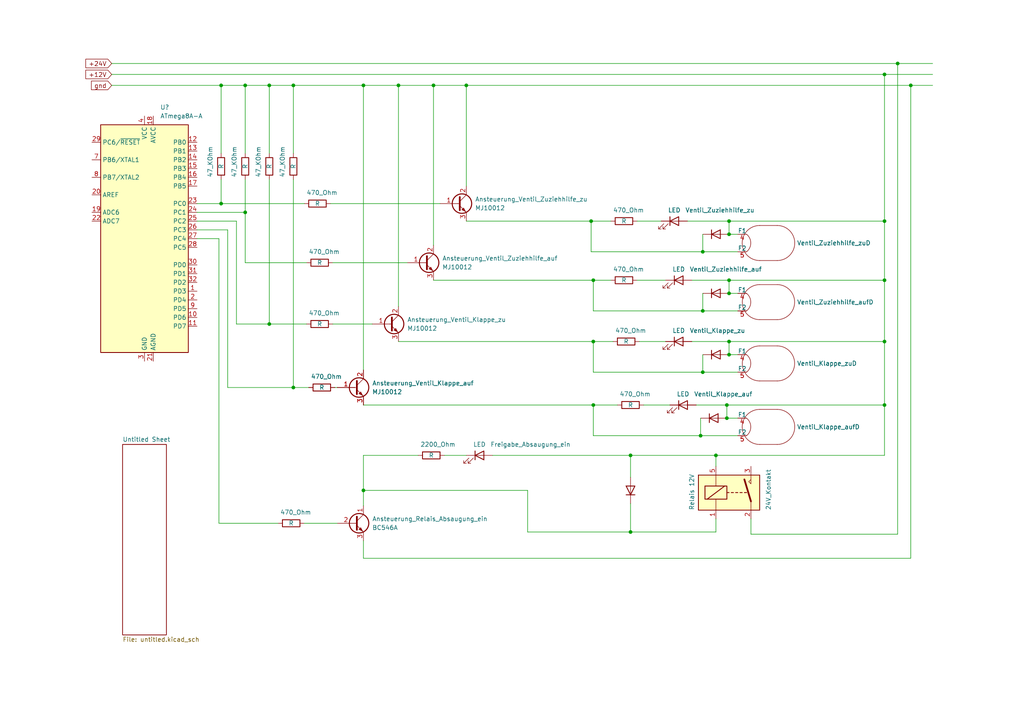
<source format=kicad_sch>
(kicad_sch (version 20211123) (generator eeschema)

  (uuid 2e3c46d2-849b-4cf9-a6d0-7bd20624fd9b)

  (paper "A4")

  (lib_symbols
    (symbol "Device:LED" (pin_numbers hide) (pin_names (offset 1.016) hide) (in_bom yes) (on_board yes)
      (property "Reference" "D" (id 0) (at 0 2.54 0)
        (effects (font (size 1.27 1.27)))
      )
      (property "Value" "LED" (id 1) (at 0 -2.54 0)
        (effects (font (size 1.27 1.27)))
      )
      (property "Footprint" "" (id 2) (at 0 0 0)
        (effects (font (size 1.27 1.27)) hide)
      )
      (property "Datasheet" "~" (id 3) (at 0 0 0)
        (effects (font (size 1.27 1.27)) hide)
      )
      (property "ki_keywords" "LED diode" (id 4) (at 0 0 0)
        (effects (font (size 1.27 1.27)) hide)
      )
      (property "ki_description" "Light emitting diode" (id 5) (at 0 0 0)
        (effects (font (size 1.27 1.27)) hide)
      )
      (property "ki_fp_filters" "LED* LED_SMD:* LED_THT:*" (id 6) (at 0 0 0)
        (effects (font (size 1.27 1.27)) hide)
      )
      (symbol "LED_0_1"
        (polyline
          (pts
            (xy -1.27 -1.27)
            (xy -1.27 1.27)
          )
          (stroke (width 0.254) (type default) (color 0 0 0 0))
          (fill (type none))
        )
        (polyline
          (pts
            (xy -1.27 0)
            (xy 1.27 0)
          )
          (stroke (width 0) (type default) (color 0 0 0 0))
          (fill (type none))
        )
        (polyline
          (pts
            (xy 1.27 -1.27)
            (xy 1.27 1.27)
            (xy -1.27 0)
            (xy 1.27 -1.27)
          )
          (stroke (width 0.254) (type default) (color 0 0 0 0))
          (fill (type none))
        )
        (polyline
          (pts
            (xy -3.048 -0.762)
            (xy -4.572 -2.286)
            (xy -3.81 -2.286)
            (xy -4.572 -2.286)
            (xy -4.572 -1.524)
          )
          (stroke (width 0) (type default) (color 0 0 0 0))
          (fill (type none))
        )
        (polyline
          (pts
            (xy -1.778 -0.762)
            (xy -3.302 -2.286)
            (xy -2.54 -2.286)
            (xy -3.302 -2.286)
            (xy -3.302 -1.524)
          )
          (stroke (width 0) (type default) (color 0 0 0 0))
          (fill (type none))
        )
      )
      (symbol "LED_1_1"
        (pin passive line (at -3.81 0 0) (length 2.54)
          (name "K" (effects (font (size 1.27 1.27))))
          (number "1" (effects (font (size 1.27 1.27))))
        )
        (pin passive line (at 3.81 0 180) (length 2.54)
          (name "A" (effects (font (size 1.27 1.27))))
          (number "2" (effects (font (size 1.27 1.27))))
        )
      )
    )
    (symbol "Device:R" (pin_numbers hide) (pin_names (offset 0)) (in_bom yes) (on_board yes)
      (property "Reference" "R" (id 0) (at 2.032 0 90)
        (effects (font (size 1.27 1.27)))
      )
      (property "Value" "R" (id 1) (at 0 0 90)
        (effects (font (size 1.27 1.27)))
      )
      (property "Footprint" "" (id 2) (at -1.778 0 90)
        (effects (font (size 1.27 1.27)) hide)
      )
      (property "Datasheet" "~" (id 3) (at 0 0 0)
        (effects (font (size 1.27 1.27)) hide)
      )
      (property "ki_keywords" "R res resistor" (id 4) (at 0 0 0)
        (effects (font (size 1.27 1.27)) hide)
      )
      (property "ki_description" "Resistor" (id 5) (at 0 0 0)
        (effects (font (size 1.27 1.27)) hide)
      )
      (property "ki_fp_filters" "R_*" (id 6) (at 0 0 0)
        (effects (font (size 1.27 1.27)) hide)
      )
      (symbol "R_0_1"
        (rectangle (start -1.016 -2.54) (end 1.016 2.54)
          (stroke (width 0.254) (type default) (color 0 0 0 0))
          (fill (type none))
        )
      )
      (symbol "R_1_1"
        (pin passive line (at 0 3.81 270) (length 1.27)
          (name "~" (effects (font (size 1.27 1.27))))
          (number "1" (effects (font (size 1.27 1.27))))
        )
        (pin passive line (at 0 -3.81 90) (length 1.27)
          (name "~" (effects (font (size 1.27 1.27))))
          (number "2" (effects (font (size 1.27 1.27))))
        )
      )
    )
    (symbol "Diode:1N4001" (pin_numbers hide) (pin_names (offset 1.016) hide) (in_bom yes) (on_board yes)
      (property "Reference" "D" (id 0) (at 0 2.54 0)
        (effects (font (size 1.27 1.27)))
      )
      (property "Value" "1N4001" (id 1) (at 0 -2.54 0)
        (effects (font (size 1.27 1.27)))
      )
      (property "Footprint" "Diode_THT:D_DO-41_SOD81_P10.16mm_Horizontal" (id 2) (at 0 -4.445 0)
        (effects (font (size 1.27 1.27)) hide)
      )
      (property "Datasheet" "http://www.vishay.com/docs/88503/1n4001.pdf" (id 3) (at 0 0 0)
        (effects (font (size 1.27 1.27)) hide)
      )
      (property "ki_keywords" "diode" (id 4) (at 0 0 0)
        (effects (font (size 1.27 1.27)) hide)
      )
      (property "ki_description" "50V 1A General Purpose Rectifier Diode, DO-41" (id 5) (at 0 0 0)
        (effects (font (size 1.27 1.27)) hide)
      )
      (property "ki_fp_filters" "D*DO?41*" (id 6) (at 0 0 0)
        (effects (font (size 1.27 1.27)) hide)
      )
      (symbol "1N4001_0_1"
        (polyline
          (pts
            (xy -1.27 1.27)
            (xy -1.27 -1.27)
          )
          (stroke (width 0.254) (type default) (color 0 0 0 0))
          (fill (type none))
        )
        (polyline
          (pts
            (xy 1.27 0)
            (xy -1.27 0)
          )
          (stroke (width 0) (type default) (color 0 0 0 0))
          (fill (type none))
        )
        (polyline
          (pts
            (xy 1.27 1.27)
            (xy 1.27 -1.27)
            (xy -1.27 0)
            (xy 1.27 1.27)
          )
          (stroke (width 0.254) (type default) (color 0 0 0 0))
          (fill (type none))
        )
      )
      (symbol "1N4001_1_1"
        (pin passive line (at -3.81 0 0) (length 2.54)
          (name "K" (effects (font (size 1.27 1.27))))
          (number "1" (effects (font (size 1.27 1.27))))
        )
        (pin passive line (at 3.81 0 180) (length 2.54)
          (name "A" (effects (font (size 1.27 1.27))))
          (number "2" (effects (font (size 1.27 1.27))))
        )
      )
    )
    (symbol "MCU_Microchip_ATmega:ATmega8A-A" (in_bom yes) (on_board yes)
      (property "Reference" "U" (id 0) (at -12.7 34.29 0)
        (effects (font (size 1.27 1.27)) (justify left bottom))
      )
      (property "Value" "ATmega8A-A" (id 1) (at 5.08 -34.29 0)
        (effects (font (size 1.27 1.27)) (justify left top))
      )
      (property "Footprint" "Package_QFP:TQFP-32_7x7mm_P0.8mm" (id 2) (at 0 0 0)
        (effects (font (size 1.27 1.27) italic) hide)
      )
      (property "Datasheet" "http://ww1.microchip.com/downloads/en/DeviceDoc/Microchip%208bit%20mcu%20AVR%20ATmega8A%20data%20sheet%2040001974A.pdf" (id 3) (at 0 0 0)
        (effects (font (size 1.27 1.27)) hide)
      )
      (property "ki_keywords" "AVR 8bit Microcontroller MegaAVR" (id 4) (at 0 0 0)
        (effects (font (size 1.27 1.27)) hide)
      )
      (property "ki_description" "16MHz, 8kB Flash, 1kB SRAM, 512B EEPROM, TQFP-32" (id 5) (at 0 0 0)
        (effects (font (size 1.27 1.27)) hide)
      )
      (property "ki_fp_filters" "TQFP*7x7mm*P0.8mm*" (id 6) (at 0 0 0)
        (effects (font (size 1.27 1.27)) hide)
      )
      (symbol "ATmega8A-A_0_1"
        (rectangle (start -12.7 -33.02) (end 12.7 33.02)
          (stroke (width 0.254) (type default) (color 0 0 0 0))
          (fill (type background))
        )
      )
      (symbol "ATmega8A-A_1_1"
        (pin bidirectional line (at 15.24 -15.24 180) (length 2.54)
          (name "PD3" (effects (font (size 1.27 1.27))))
          (number "1" (effects (font (size 1.27 1.27))))
        )
        (pin bidirectional line (at 15.24 -22.86 180) (length 2.54)
          (name "PD6" (effects (font (size 1.27 1.27))))
          (number "10" (effects (font (size 1.27 1.27))))
        )
        (pin bidirectional line (at 15.24 -25.4 180) (length 2.54)
          (name "PD7" (effects (font (size 1.27 1.27))))
          (number "11" (effects (font (size 1.27 1.27))))
        )
        (pin bidirectional line (at 15.24 27.94 180) (length 2.54)
          (name "PB0" (effects (font (size 1.27 1.27))))
          (number "12" (effects (font (size 1.27 1.27))))
        )
        (pin bidirectional line (at 15.24 25.4 180) (length 2.54)
          (name "PB1" (effects (font (size 1.27 1.27))))
          (number "13" (effects (font (size 1.27 1.27))))
        )
        (pin bidirectional line (at 15.24 22.86 180) (length 2.54)
          (name "PB2" (effects (font (size 1.27 1.27))))
          (number "14" (effects (font (size 1.27 1.27))))
        )
        (pin bidirectional line (at 15.24 20.32 180) (length 2.54)
          (name "PB3" (effects (font (size 1.27 1.27))))
          (number "15" (effects (font (size 1.27 1.27))))
        )
        (pin bidirectional line (at 15.24 17.78 180) (length 2.54)
          (name "PB4" (effects (font (size 1.27 1.27))))
          (number "16" (effects (font (size 1.27 1.27))))
        )
        (pin bidirectional line (at 15.24 15.24 180) (length 2.54)
          (name "PB5" (effects (font (size 1.27 1.27))))
          (number "17" (effects (font (size 1.27 1.27))))
        )
        (pin power_in line (at 2.54 35.56 270) (length 2.54)
          (name "AVCC" (effects (font (size 1.27 1.27))))
          (number "18" (effects (font (size 1.27 1.27))))
        )
        (pin input line (at -15.24 7.62 0) (length 2.54)
          (name "ADC6" (effects (font (size 1.27 1.27))))
          (number "19" (effects (font (size 1.27 1.27))))
        )
        (pin bidirectional line (at 15.24 -17.78 180) (length 2.54)
          (name "PD4" (effects (font (size 1.27 1.27))))
          (number "2" (effects (font (size 1.27 1.27))))
        )
        (pin passive line (at -15.24 12.7 0) (length 2.54)
          (name "AREF" (effects (font (size 1.27 1.27))))
          (number "20" (effects (font (size 1.27 1.27))))
        )
        (pin power_in line (at 2.54 -35.56 90) (length 2.54)
          (name "AGND" (effects (font (size 1.27 1.27))))
          (number "21" (effects (font (size 1.27 1.27))))
        )
        (pin input line (at -15.24 5.08 0) (length 2.54)
          (name "ADC7" (effects (font (size 1.27 1.27))))
          (number "22" (effects (font (size 1.27 1.27))))
        )
        (pin bidirectional line (at 15.24 10.16 180) (length 2.54)
          (name "PC0" (effects (font (size 1.27 1.27))))
          (number "23" (effects (font (size 1.27 1.27))))
        )
        (pin bidirectional line (at 15.24 7.62 180) (length 2.54)
          (name "PC1" (effects (font (size 1.27 1.27))))
          (number "24" (effects (font (size 1.27 1.27))))
        )
        (pin bidirectional line (at 15.24 5.08 180) (length 2.54)
          (name "PC2" (effects (font (size 1.27 1.27))))
          (number "25" (effects (font (size 1.27 1.27))))
        )
        (pin bidirectional line (at 15.24 2.54 180) (length 2.54)
          (name "PC3" (effects (font (size 1.27 1.27))))
          (number "26" (effects (font (size 1.27 1.27))))
        )
        (pin bidirectional line (at 15.24 0 180) (length 2.54)
          (name "PC4" (effects (font (size 1.27 1.27))))
          (number "27" (effects (font (size 1.27 1.27))))
        )
        (pin bidirectional line (at 15.24 -2.54 180) (length 2.54)
          (name "PC5" (effects (font (size 1.27 1.27))))
          (number "28" (effects (font (size 1.27 1.27))))
        )
        (pin bidirectional line (at -15.24 27.94 0) (length 2.54)
          (name "PC6/~{RESET}" (effects (font (size 1.27 1.27))))
          (number "29" (effects (font (size 1.27 1.27))))
        )
        (pin power_in line (at 0 -35.56 90) (length 2.54)
          (name "GND" (effects (font (size 1.27 1.27))))
          (number "3" (effects (font (size 1.27 1.27))))
        )
        (pin bidirectional line (at 15.24 -7.62 180) (length 2.54)
          (name "PD0" (effects (font (size 1.27 1.27))))
          (number "30" (effects (font (size 1.27 1.27))))
        )
        (pin bidirectional line (at 15.24 -10.16 180) (length 2.54)
          (name "PD1" (effects (font (size 1.27 1.27))))
          (number "31" (effects (font (size 1.27 1.27))))
        )
        (pin bidirectional line (at 15.24 -12.7 180) (length 2.54)
          (name "PD2" (effects (font (size 1.27 1.27))))
          (number "32" (effects (font (size 1.27 1.27))))
        )
        (pin power_in line (at 0 35.56 270) (length 2.54)
          (name "VCC" (effects (font (size 1.27 1.27))))
          (number "4" (effects (font (size 1.27 1.27))))
        )
        (pin passive line (at 0 -35.56 90) (length 2.54) hide
          (name "GND" (effects (font (size 1.27 1.27))))
          (number "5" (effects (font (size 1.27 1.27))))
        )
        (pin passive line (at 0 35.56 270) (length 2.54) hide
          (name "VCC" (effects (font (size 1.27 1.27))))
          (number "6" (effects (font (size 1.27 1.27))))
        )
        (pin bidirectional line (at -15.24 22.86 0) (length 2.54)
          (name "PB6/XTAL1" (effects (font (size 1.27 1.27))))
          (number "7" (effects (font (size 1.27 1.27))))
        )
        (pin bidirectional line (at -15.24 17.78 0) (length 2.54)
          (name "PB7/XTAL2" (effects (font (size 1.27 1.27))))
          (number "8" (effects (font (size 1.27 1.27))))
        )
        (pin bidirectional line (at 15.24 -20.32 180) (length 2.54)
          (name "PD5" (effects (font (size 1.27 1.27))))
          (number "9" (effects (font (size 1.27 1.27))))
        )
      )
    )
    (symbol "MJE13003_1" (pin_names (offset 0) hide) (in_bom yes) (on_board yes)
      (property "Reference" "Ansteuerung_Relais_Absaugung_ein" (id 0) (at 5.08 1.2701 0)
        (effects (font (size 1.27 1.27)) (justify left))
      )
      (property "Value" "MJE13003_1" (id 1) (at 5.08 -1.2699 0)
        (effects (font (size 1.27 1.27)) (justify left))
      )
      (property "Footprint" "Package_TO_SOT_THT:TO-126-3_Vertical" (id 2) (at 5.08 1.905 0)
        (effects (font (size 1.27 1.27) italic) (justify left) hide)
      )
      (property "Datasheet" "http://www.onsemi.com/pub_link/Collateral/MJE13003-D.PDF" (id 3) (at 0 0 0)
        (effects (font (size 1.27 1.27)) (justify left) hide)
      )
      (property "ki_keywords" "Switching Power High Voltage NPN Transistor" (id 4) (at 0 0 0)
        (effects (font (size 1.27 1.27)) hide)
      )
      (property "ki_description" "1.5A Ic, 400V Vce, Silicon Switching Power NPN Transistor, TO-225" (id 5) (at 0 0 0)
        (effects (font (size 1.27 1.27)) hide)
      )
      (property "ki_fp_filters" "TO?126*" (id 6) (at 0 0 0)
        (effects (font (size 1.27 1.27)) hide)
      )
      (symbol "MJE13003_1_0_1"
        (polyline
          (pts
            (xy 0 0)
            (xy 0.635 0)
          )
          (stroke (width 0) (type default) (color 0 0 0 0))
          (fill (type none))
        )
        (polyline
          (pts
            (xy 2.54 -2.54)
            (xy 0.635 -0.635)
          )
          (stroke (width 0) (type default) (color 0 0 0 0))
          (fill (type none))
        )
        (polyline
          (pts
            (xy 2.54 2.54)
            (xy 0.635 0.635)
          )
          (stroke (width 0) (type default) (color 0 0 0 0))
          (fill (type none))
        )
        (polyline
          (pts
            (xy 0.635 1.905)
            (xy 0.635 -1.905)
            (xy 0.635 -1.905)
          )
          (stroke (width 0.508) (type default) (color 0 0 0 0))
          (fill (type outline))
        )
        (polyline
          (pts
            (xy 1.2446 -1.778)
            (xy 1.7526 -1.27)
            (xy 2.286 -2.286)
            (xy 1.2446 -1.778)
            (xy 1.2446 -1.778)
          )
          (stroke (width 0) (type default) (color 0 0 0 0))
          (fill (type outline))
        )
        (circle (center 1.27 0) (radius 2.8194)
          (stroke (width 0.3048) (type default) (color 0 0 0 0))
          (fill (type none))
        )
      )
      (symbol "MJE13003_1_1_1"
        (pin passive line (at 2.54 5.08 270) (length 2.54)
          (name "C" (effects (font (size 1.27 1.27))))
          (number "1" (effects (font (size 1.27 1.27))))
        )
        (pin input line (at -5.08 0 0) (length 5.08)
          (name "B" (effects (font (size 1.27 1.27))))
          (number "2" (effects (font (size 1.27 1.27))))
        )
        (pin passive line (at 2.54 -5.08 90) (length 2.54)
          (name "E" (effects (font (size 1.27 1.27))))
          (number "3" (effects (font (size 1.27 1.27))))
        )
      )
    )
    (symbol "Relay:G5Q-1A" (in_bom yes) (on_board yes)
      (property "Reference" "K" (id 0) (at 8.89 3.81 0)
        (effects (font (size 1.27 1.27)) (justify left))
      )
      (property "Value" "G5Q-1A" (id 1) (at 8.89 1.27 0)
        (effects (font (size 1.27 1.27)) (justify left))
      )
      (property "Footprint" "Relay_THT:Relay_SPST_Omron-G5Q-1A" (id 2) (at 8.89 -1.27 0)
        (effects (font (size 1.27 1.27)) (justify left) hide)
      )
      (property "Datasheet" "https://www.omron.com/ecb/products/pdf/en-g5q.pdf" (id 3) (at 0 0 0)
        (effects (font (size 1.27 1.27)) hide)
      )
      (property "ki_keywords" "Miniature Single Pole Relay" (id 4) (at 0 0 0)
        (effects (font (size 1.27 1.27)) hide)
      )
      (property "ki_description" "Omron G5Q relay, Miniature Single Pole, SPST-NO, 10A" (id 5) (at 0 0 0)
        (effects (font (size 1.27 1.27)) hide)
      )
      (property "ki_fp_filters" "Relay*SPST*Omron*G5Q*" (id 6) (at 0 0 0)
        (effects (font (size 1.27 1.27)) hide)
      )
      (symbol "G5Q-1A_0_0"
        (polyline
          (pts
            (xy 5.08 5.08)
            (xy 5.08 2.54)
            (xy 4.445 3.175)
            (xy 5.08 3.81)
          )
          (stroke (width 0) (type default) (color 0 0 0 0))
          (fill (type none))
        )
      )
      (symbol "G5Q-1A_0_1"
        (rectangle (start -10.16 5.08) (end 7.62 -5.08)
          (stroke (width 0.254) (type default) (color 0 0 0 0))
          (fill (type background))
        )
        (rectangle (start -8.255 1.905) (end -1.905 -1.905)
          (stroke (width 0.254) (type default) (color 0 0 0 0))
          (fill (type none))
        )
        (polyline
          (pts
            (xy -7.62 -1.905)
            (xy -2.54 1.905)
          )
          (stroke (width 0.254) (type default) (color 0 0 0 0))
          (fill (type none))
        )
        (polyline
          (pts
            (xy -5.08 -5.08)
            (xy -5.08 -1.905)
          )
          (stroke (width 0) (type default) (color 0 0 0 0))
          (fill (type none))
        )
        (polyline
          (pts
            (xy -5.08 5.08)
            (xy -5.08 1.905)
          )
          (stroke (width 0) (type default) (color 0 0 0 0))
          (fill (type none))
        )
        (polyline
          (pts
            (xy -1.905 0)
            (xy -1.27 0)
          )
          (stroke (width 0.254) (type default) (color 0 0 0 0))
          (fill (type none))
        )
        (polyline
          (pts
            (xy -0.635 0)
            (xy 0 0)
          )
          (stroke (width 0.254) (type default) (color 0 0 0 0))
          (fill (type none))
        )
        (polyline
          (pts
            (xy 0.635 0)
            (xy 1.27 0)
          )
          (stroke (width 0.254) (type default) (color 0 0 0 0))
          (fill (type none))
        )
        (polyline
          (pts
            (xy 1.905 0)
            (xy 2.54 0)
          )
          (stroke (width 0.254) (type default) (color 0 0 0 0))
          (fill (type none))
        )
        (polyline
          (pts
            (xy 3.175 0)
            (xy 3.81 0)
          )
          (stroke (width 0.254) (type default) (color 0 0 0 0))
          (fill (type none))
        )
        (polyline
          (pts
            (xy 5.08 -2.54)
            (xy 3.175 3.81)
          )
          (stroke (width 0.508) (type default) (color 0 0 0 0))
          (fill (type none))
        )
        (polyline
          (pts
            (xy 5.08 -2.54)
            (xy 5.08 -5.08)
          )
          (stroke (width 0) (type default) (color 0 0 0 0))
          (fill (type none))
        )
      )
      (symbol "G5Q-1A_1_1"
        (pin passive line (at -5.08 -7.62 90) (length 2.54)
          (name "~" (effects (font (size 1.27 1.27))))
          (number "1" (effects (font (size 1.27 1.27))))
        )
        (pin passive line (at 5.08 -7.62 90) (length 2.54)
          (name "~" (effects (font (size 1.27 1.27))))
          (number "2" (effects (font (size 1.27 1.27))))
        )
        (pin passive line (at 5.08 7.62 270) (length 2.54)
          (name "~" (effects (font (size 1.27 1.27))))
          (number "3" (effects (font (size 1.27 1.27))))
        )
        (pin passive line (at -5.08 7.62 270) (length 2.54)
          (name "~" (effects (font (size 1.27 1.27))))
          (number "5" (effects (font (size 1.27 1.27))))
        )
      )
    )
    (symbol "Transistor_BJT:MJE13003" (pin_names (offset 0) hide) (in_bom yes) (on_board yes)
      (property "Reference" "Q" (id 0) (at 5.08 1.905 0)
        (effects (font (size 1.27 1.27)) (justify left))
      )
      (property "Value" "MJE13003" (id 1) (at 5.08 0 0)
        (effects (font (size 1.27 1.27)) (justify left))
      )
      (property "Footprint" "Package_TO_SOT_THT:TO-126-3_Vertical" (id 2) (at 5.08 -1.905 0)
        (effects (font (size 1.27 1.27) italic) (justify left) hide)
      )
      (property "Datasheet" "http://www.onsemi.com/pub_link/Collateral/MJE13003-D.PDF" (id 3) (at 0 0 0)
        (effects (font (size 1.27 1.27)) (justify left) hide)
      )
      (property "ki_keywords" "Switching Power High Voltage NPN Transistor" (id 4) (at 0 0 0)
        (effects (font (size 1.27 1.27)) hide)
      )
      (property "ki_description" "1.5A Ic, 400V Vce, Silicon Switching Power NPN Transistor, TO-225" (id 5) (at 0 0 0)
        (effects (font (size 1.27 1.27)) hide)
      )
      (property "ki_fp_filters" "TO?126*" (id 6) (at 0 0 0)
        (effects (font (size 1.27 1.27)) hide)
      )
      (symbol "MJE13003_0_1"
        (polyline
          (pts
            (xy 0 0)
            (xy 0.635 0)
          )
          (stroke (width 0) (type default) (color 0 0 0 0))
          (fill (type none))
        )
        (polyline
          (pts
            (xy 2.54 -2.54)
            (xy 0.635 -0.635)
          )
          (stroke (width 0) (type default) (color 0 0 0 0))
          (fill (type none))
        )
        (polyline
          (pts
            (xy 2.54 2.54)
            (xy 0.635 0.635)
          )
          (stroke (width 0) (type default) (color 0 0 0 0))
          (fill (type none))
        )
        (polyline
          (pts
            (xy 0.635 1.905)
            (xy 0.635 -1.905)
            (xy 0.635 -1.905)
          )
          (stroke (width 0.508) (type default) (color 0 0 0 0))
          (fill (type outline))
        )
        (polyline
          (pts
            (xy 1.2446 -1.778)
            (xy 1.7526 -1.27)
            (xy 2.286 -2.286)
            (xy 1.2446 -1.778)
            (xy 1.2446 -1.778)
          )
          (stroke (width 0) (type default) (color 0 0 0 0))
          (fill (type outline))
        )
        (circle (center 1.27 0) (radius 2.8194)
          (stroke (width 0.3048) (type default) (color 0 0 0 0))
          (fill (type none))
        )
      )
      (symbol "MJE13003_1_1"
        (pin input line (at -5.08 0 0) (length 5.08)
          (name "B" (effects (font (size 1.27 1.27))))
          (number "1" (effects (font (size 1.27 1.27))))
        )
        (pin passive line (at 2.54 5.08 270) (length 2.54)
          (name "C" (effects (font (size 1.27 1.27))))
          (number "2" (effects (font (size 1.27 1.27))))
        )
        (pin passive line (at 2.54 -5.08 90) (length 2.54)
          (name "E" (effects (font (size 1.27 1.27))))
          (number "3" (effects (font (size 1.27 1.27))))
        )
      )
    )
    (symbol "Valve:EABC80" (pin_names (offset 0)) (in_bom yes) (on_board yes)
      (property "Reference" "U" (id 0) (at 5.08 6.35 0)
        (effects (font (size 1.27 1.27)))
      )
      (property "Value" "EABC80" (id 1) (at 7.62 -8.89 0)
        (effects (font (size 1.27 1.27)))
      )
      (property "Footprint" "Valve:Valve_Noval_P" (id 2) (at 4.318 -10.414 0)
        (effects (font (size 1.27 1.27)) hide)
      )
      (property "Datasheet" "https://frank.pocnet.net/sheets/082/e/EABC80.pdf" (id 3) (at 0 0 0)
        (effects (font (size 1.27 1.27)) hide)
      )
      (property "ki_locked" "" (id 4) (at 0 0 0)
        (effects (font (size 1.27 1.27)))
      )
      (property "ki_keywords" "diode triode valve" (id 5) (at 0 0 0)
        (effects (font (size 1.27 1.27)) hide)
      )
      (property "ki_description" "triple diode triode" (id 6) (at 0 0 0)
        (effects (font (size 1.27 1.27)) hide)
      )
      (property "ki_fp_filters" "VALVE*NOVAL*P*" (id 7) (at 0 0 0)
        (effects (font (size 1.27 1.27)) hide)
      )
      (symbol "EABC80_0_1"
        (arc (start -5.08 -2.54) (mid 0 -7.62) (end 5.08 -2.54)
          (stroke (width 0) (type default) (color 0 0 0 0))
          (fill (type none))
        )
        (polyline
          (pts
            (xy 5.08 2.54)
            (xy 5.08 -2.54)
          )
          (stroke (width 0) (type default) (color 0 0 0 0))
          (fill (type none))
        )
        (polyline
          (pts
            (xy -5.08 2.54)
            (xy -5.08 -2.54)
            (xy -5.08 -2.54)
          )
          (stroke (width 0) (type default) (color 0 0 0 0))
          (fill (type none))
        )
        (arc (start 5.08 2.54) (mid 0 7.62) (end -5.08 2.54)
          (stroke (width 0) (type default) (color 0 0 0 0))
          (fill (type none))
        )
      )
      (symbol "EABC80_1_0"
        (polyline
          (pts
            (xy -2.54 -5.08)
            (xy -2.54 -7.62)
          )
          (stroke (width 0) (type default) (color 0 0 0 0))
          (fill (type none))
        )
        (polyline
          (pts
            (xy 0 5.08)
            (xy 0 7.62)
          )
          (stroke (width 0) (type default) (color 0 0 0 0))
          (fill (type none))
        )
      )
      (symbol "EABC80_1_1"
        (polyline
          (pts
            (xy -2.54 5.08)
            (xy 2.54 5.08)
            (xy 2.54 5.08)
            (xy 2.54 5.08)
          )
          (stroke (width 0.254) (type default) (color 0 0 0 0))
          (fill (type none))
        )
        (arc (start 2.54 -5.08) (mid 0 -3.0968) (end -2.54 -5.08)
          (stroke (width 0.254) (type default) (color 0 0 0 0))
          (fill (type none))
        )
        (pin output line (at 0 10.16 270) (length 2.54)
          (name "A2" (effects (font (size 1.27 1.27))))
          (number "2" (effects (font (size 1.27 1.27))))
        )
        (pin input line (at -2.54 -10.16 90) (length 2.54)
          (name "K" (effects (font (size 1.27 1.27))))
          (number "3" (effects (font (size 1.27 1.27))))
        )
      )
      (symbol "EABC80_2_1"
        (polyline
          (pts
            (xy -2.54 -6.858)
            (xy -2.54 -5.842)
            (xy -2.54 -5.842)
          )
          (stroke (width 0) (type default) (color 0 0 0 0))
          (fill (type none))
        )
        (polyline
          (pts
            (xy -2.54 7.112)
            (xy -2.54 2.54)
            (xy -2.54 2.54)
          )
          (stroke (width 0) (type default) (color 0 0 0 0))
          (fill (type none))
        )
        (polyline
          (pts
            (xy 1.27 3.81)
            (xy 3.81 1.27)
            (xy 3.81 1.27)
          )
          (stroke (width 0.254) (type default) (color 0 0 0 0))
          (fill (type none))
        )
        (polyline
          (pts
            (xy 2.54 6.858)
            (xy 2.54 2.54)
            (xy 2.54 2.54)
          )
          (stroke (width 0) (type default) (color 0 0 0 0))
          (fill (type none))
        )
        (polyline
          (pts
            (xy -3.81 1.27)
            (xy -1.27 3.81)
            (xy -1.27 3.81)
            (xy -1.27 3.81)
          )
          (stroke (width 0.254) (type default) (color 0 0 0 0))
          (fill (type none))
        )
        (arc (start 2.54 -5.842) (mid 0 -3.8588) (end -2.54 -5.842)
          (stroke (width 0.254) (type default) (color 0 0 0 0))
          (fill (type none))
        )
        (pin input line (at -2.54 10.16 270) (length 3.81)
          (name "A1" (effects (font (size 1.27 1.27))))
          (number "1" (effects (font (size 1.27 1.27))))
        )
        (pin output line (at 2.54 10.16 270) (length 3.81)
          (name "A3" (effects (font (size 1.27 1.27))))
          (number "6" (effects (font (size 1.27 1.27))))
        )
        (pin input line (at -2.54 -10.16 90) (length 3.81)
          (name "K" (effects (font (size 1.27 1.27))))
          (number "7" (effects (font (size 1.27 1.27))))
        )
      )
      (symbol "EABC80_3_0"
        (polyline
          (pts
            (xy -5.08 0)
            (xy -3.175 0)
          )
          (stroke (width 0) (type default) (color 0 0 0 0))
          (fill (type none))
        )
        (polyline
          (pts
            (xy -5.08 2.54)
            (xy -5.08 0)
          )
          (stroke (width 0) (type default) (color 0 0 0 0))
          (fill (type none))
        )
        (polyline
          (pts
            (xy -2.54 -5.08)
            (xy -2.54 -7.62)
          )
          (stroke (width 0) (type default) (color 0 0 0 0))
          (fill (type none))
        )
        (polyline
          (pts
            (xy 0 5.08)
            (xy 0 7.62)
          )
          (stroke (width 0) (type default) (color 0 0 0 0))
          (fill (type none))
        )
      )
      (symbol "EABC80_3_1"
        (polyline
          (pts
            (xy -1.905 0)
            (xy -3.175 0)
          )
          (stroke (width 0.1524) (type default) (color 0 0 0 0))
          (fill (type none))
        )
        (polyline
          (pts
            (xy -0.635 0)
            (xy 0.635 0)
          )
          (stroke (width 0.1524) (type default) (color 0 0 0 0))
          (fill (type none))
        )
        (polyline
          (pts
            (xy 1.905 0)
            (xy 3.175 0)
          )
          (stroke (width 0.1524) (type default) (color 0 0 0 0))
          (fill (type none))
        )
        (polyline
          (pts
            (xy -2.54 5.08)
            (xy 2.54 5.08)
            (xy 2.54 5.08)
          )
          (stroke (width 0.254) (type default) (color 0 0 0 0))
          (fill (type none))
        )
        (arc (start 2.54 -5.08) (mid 0 -3.0968) (end -2.54 -5.08)
          (stroke (width 0.254) (type default) (color 0 0 0 0))
          (fill (type none))
        )
        (pin input line (at -2.54 -10.16 90) (length 2.54)
          (name "K" (effects (font (size 1.27 1.27))))
          (number "7" (effects (font (size 1.27 1.27))))
        )
        (pin input line (at -7.62 0 0) (length 2.54)
          (name "G" (effects (font (size 1.27 1.27))))
          (number "8" (effects (font (size 1.27 1.27))))
        )
        (pin output line (at 0 10.16 270) (length 2.54)
          (name "A2" (effects (font (size 1.27 1.27))))
          (number "9" (effects (font (size 1.27 1.27))))
        )
      )
      (symbol "EABC80_4_1"
        (arc (start 2.54 -6.35) (mid 0 -5.1292) (end -2.54 -6.35)
          (stroke (width 0) (type default) (color 0 0 0 0))
          (fill (type none))
        )
        (pin input line (at -2.54 -8.89 90) (length 2.54)
          (name "F1" (effects (font (size 1.27 1.27))))
          (number "4" (effects (font (size 1.27 1.27))))
        )
        (pin input line (at 2.54 -8.89 90) (length 2.54)
          (name "F2" (effects (font (size 1.27 1.27))))
          (number "5" (effects (font (size 1.27 1.27))))
        )
      )
    )
  )

  (junction (at 211.455 99.06) (diameter 0) (color 0 0 0 0)
    (uuid 07b8a0e4-cab1-490b-9328-bc01ae5f3dc5)
  )
  (junction (at 105.41 142.24) (diameter 0) (color 0 0 0 0)
    (uuid 08b3819a-cd2d-4f35-8471-4a60eff2660f)
  )
  (junction (at 256.54 117.475) (diameter 0) (color 0 0 0 0)
    (uuid 16d76dea-a10a-4b84-9a74-3bf6658bc6c1)
  )
  (junction (at 71.12 61.595) (diameter 0) (color 0 0 0 0)
    (uuid 1eecd25e-94b8-431f-9ac2-46a628bf4c0f)
  )
  (junction (at 64.135 59.055) (diameter 0) (color 0 0 0 0)
    (uuid 2d84eed7-99fc-4521-8937-d67b89edfe9d)
  )
  (junction (at 210.82 117.475) (diameter 0) (color 0 0 0 0)
    (uuid 469467ea-923a-4084-a29d-01eab3a4402a)
  )
  (junction (at 171.45 64.135) (diameter 0) (color 0 0 0 0)
    (uuid 53d7e6eb-ec55-40ed-be30-fbe3005d8bba)
  )
  (junction (at 172.085 81.28) (diameter 0) (color 0 0 0 0)
    (uuid 5c081037-6a04-49c8-9afb-34c79d7b98fa)
  )
  (junction (at 172.085 99.06) (diameter 0) (color 0 0 0 0)
    (uuid 6ae04208-7a77-4936-a72d-7975050f73d9)
  )
  (junction (at 264.16 24.765) (diameter 0) (color 0 0 0 0)
    (uuid 6d0e6c46-30f2-4104-bfd4-e534675d5c00)
  )
  (junction (at 256.54 64.135) (diameter 0) (color 0 0 0 0)
    (uuid 716bf510-ec04-4e6b-a5b4-7825fb8b7818)
  )
  (junction (at 203.835 90.17) (diameter 0) (color 0 0 0 0)
    (uuid 74b5cc67-37ca-4de8-92cd-f719bd91bfdc)
  )
  (junction (at 172.085 117.475) (diameter 0) (color 0 0 0 0)
    (uuid 7d4b91a5-5528-4204-aef3-7127f0674036)
  )
  (junction (at 71.12 24.765) (diameter 0) (color 0 0 0 0)
    (uuid 7f80b08e-519f-48f4-a09b-d27a8f3921d4)
  )
  (junction (at 85.09 112.395) (diameter 0) (color 0 0 0 0)
    (uuid 83db4ab7-d8c8-452a-a4b0-205111cf2558)
  )
  (junction (at 211.455 64.135) (diameter 0) (color 0 0 0 0)
    (uuid 84dde4a5-7f8f-4d12-868a-615ba06b8775)
  )
  (junction (at 182.88 154.305) (diameter 0) (color 0 0 0 0)
    (uuid 8814006d-6fab-4dba-9ea5-7bd76dc68a63)
  )
  (junction (at 203.2 126.365) (diameter 0) (color 0 0 0 0)
    (uuid 887b09c0-1134-40d4-803b-4e0211ce0c89)
  )
  (junction (at 105.41 24.765) (diameter 0) (color 0 0 0 0)
    (uuid 8d215521-ebe7-45a0-ba8e-7cd8480107fa)
  )
  (junction (at 78.105 24.765) (diameter 0) (color 0 0 0 0)
    (uuid 8d50dadd-bc05-4f7b-9281-4ef44049cfa4)
  )
  (junction (at 256.54 99.06) (diameter 0) (color 0 0 0 0)
    (uuid 8f858457-97d4-42e4-be59-ba81e2e77bfe)
  )
  (junction (at 260.35 18.415) (diameter 0) (color 0 0 0 0)
    (uuid 94212bd5-8bd1-4aad-ad17-2cd59f26c6bd)
  )
  (junction (at 125.73 24.765) (diameter 0) (color 0 0 0 0)
    (uuid 94744907-46eb-44bb-afa7-0cd8df344acb)
  )
  (junction (at 256.54 81.28) (diameter 0) (color 0 0 0 0)
    (uuid a0e99c60-824c-4380-9f48-39fefdc527bc)
  )
  (junction (at 203.835 107.95) (diameter 0) (color 0 0 0 0)
    (uuid a1599878-6383-4019-8f28-d99b662b9b38)
  )
  (junction (at 64.135 24.765) (diameter 0) (color 0 0 0 0)
    (uuid ab2e89de-9bae-433b-83bc-2d449ee99bda)
  )
  (junction (at 115.57 24.765) (diameter 0) (color 0 0 0 0)
    (uuid b2d19ff5-6201-438c-a0c2-fc99c9f8d75e)
  )
  (junction (at 211.455 67.945) (diameter 0) (color 0 0 0 0)
    (uuid b410f79e-5782-4453-82f4-9f9741fd371d)
  )
  (junction (at 211.455 81.28) (diameter 0) (color 0 0 0 0)
    (uuid b5590736-fdd5-4b35-b77a-6f82953a1e67)
  )
  (junction (at 210.82 121.285) (diameter 0) (color 0 0 0 0)
    (uuid c422b333-c82b-46a9-aa36-48ebd551d87c)
  )
  (junction (at 135.255 24.765) (diameter 0) (color 0 0 0 0)
    (uuid c64a36d2-0f23-490e-8e37-a6d9ec8c9c05)
  )
  (junction (at 256.54 21.59) (diameter 0) (color 0 0 0 0)
    (uuid ca118805-2e77-49ac-8f55-da595a9bf644)
  )
  (junction (at 211.455 102.87) (diameter 0) (color 0 0 0 0)
    (uuid d0db28c8-e195-4aff-a967-e13afffccf94)
  )
  (junction (at 203.835 73.025) (diameter 0) (color 0 0 0 0)
    (uuid d7a161d8-f0b5-4bd3-bb5b-c91c4432771c)
  )
  (junction (at 182.88 132.08) (diameter 0) (color 0 0 0 0)
    (uuid daab81cd-d13a-455e-bb4f-38011d3903f0)
  )
  (junction (at 85.09 24.765) (diameter 0) (color 0 0 0 0)
    (uuid e137f7fa-04c4-40b6-a7f0-7942c8287716)
  )
  (junction (at 207.645 132.08) (diameter 0) (color 0 0 0 0)
    (uuid e41fba72-ad09-4b78-9b45-b3fe89713de2)
  )
  (junction (at 78.105 93.98) (diameter 0) (color 0 0 0 0)
    (uuid e8a7d359-58f1-4d11-a810-12303dfeaab6)
  )
  (junction (at 211.455 85.09) (diameter 0) (color 0 0 0 0)
    (uuid fa531942-f89d-4c6f-9809-7a388fe8065b)
  )

  (wire (pts (xy 213.995 107.95) (xy 203.835 107.95))
    (stroke (width 0) (type default) (color 0 0 0 0))
    (uuid 014b5ba2-0722-4c3f-ab61-a90dcf409104)
  )
  (wire (pts (xy 213.995 85.09) (xy 211.455 85.09))
    (stroke (width 0) (type default) (color 0 0 0 0))
    (uuid 054a7917-2ba5-4ddf-87c5-281063cabbab)
  )
  (wire (pts (xy 256.54 132.08) (xy 256.54 117.475))
    (stroke (width 0) (type default) (color 0 0 0 0))
    (uuid 08ab74e6-07c4-4063-aaf1-217a16bb84db)
  )
  (wire (pts (xy 85.09 112.395) (xy 89.535 112.395))
    (stroke (width 0) (type default) (color 0 0 0 0))
    (uuid 0ad957b5-691d-4d9c-9d0f-fdd5078175c3)
  )
  (wire (pts (xy 182.88 132.08) (xy 182.88 138.43))
    (stroke (width 0) (type default) (color 0 0 0 0))
    (uuid 0bcb8544-1164-4d37-80ff-84659a4f67f8)
  )
  (wire (pts (xy 57.15 66.675) (xy 66.04 66.675))
    (stroke (width 0) (type default) (color 0 0 0 0))
    (uuid 0c66384b-af41-401e-965e-5e09f58dd5af)
  )
  (wire (pts (xy 105.41 161.925) (xy 105.41 156.845))
    (stroke (width 0) (type default) (color 0 0 0 0))
    (uuid 0d4aa43b-83fa-41a0-a92d-6a80610f55f5)
  )
  (wire (pts (xy 135.255 24.765) (xy 264.16 24.765))
    (stroke (width 0) (type default) (color 0 0 0 0))
    (uuid 0d88bf53-320e-4daf-a71f-1d9da9bd1aea)
  )
  (wire (pts (xy 105.41 142.24) (xy 105.41 146.685))
    (stroke (width 0) (type default) (color 0 0 0 0))
    (uuid 0e7edc57-fec7-4270-8bed-59b80d070f52)
  )
  (wire (pts (xy 64.135 24.765) (xy 71.12 24.765))
    (stroke (width 0) (type default) (color 0 0 0 0))
    (uuid 12225eb8-4521-44be-a486-e1f4cc6a0aa4)
  )
  (wire (pts (xy 256.54 99.06) (xy 256.54 117.475))
    (stroke (width 0) (type default) (color 0 0 0 0))
    (uuid 15b7e1e7-37b7-42e7-a6a6-cb7b92e8e944)
  )
  (wire (pts (xy 172.085 126.365) (xy 172.085 117.475))
    (stroke (width 0) (type default) (color 0 0 0 0))
    (uuid 1b0a72ba-5561-4c78-9fa1-0cbd75a0211a)
  )
  (wire (pts (xy 96.52 76.2) (xy 118.11 76.2))
    (stroke (width 0) (type default) (color 0 0 0 0))
    (uuid 1f4d5760-d144-4bb1-8efe-d7b7ec173cbf)
  )
  (wire (pts (xy 125.73 81.28) (xy 172.085 81.28))
    (stroke (width 0) (type default) (color 0 0 0 0))
    (uuid 20305387-323e-4cd6-b75d-9c2d5e2a6bc1)
  )
  (wire (pts (xy 213.995 73.025) (xy 203.835 73.025))
    (stroke (width 0) (type default) (color 0 0 0 0))
    (uuid 22ccddf9-2b8e-4d8b-af4c-1902ef56d0c8)
  )
  (wire (pts (xy 66.04 66.675) (xy 66.04 112.395))
    (stroke (width 0) (type default) (color 0 0 0 0))
    (uuid 22ddb17f-5c38-423f-9870-0e61d35227d2)
  )
  (wire (pts (xy 135.255 64.135) (xy 171.45 64.135))
    (stroke (width 0) (type default) (color 0 0 0 0))
    (uuid 249458b6-37d6-4d5f-90be-c69c846e932b)
  )
  (wire (pts (xy 85.09 52.07) (xy 85.09 112.395))
    (stroke (width 0) (type default) (color 0 0 0 0))
    (uuid 2886cb10-4b90-4219-b9ab-fb372beaee75)
  )
  (wire (pts (xy 182.88 132.08) (xy 207.645 132.08))
    (stroke (width 0) (type default) (color 0 0 0 0))
    (uuid 2a2ac408-2f46-41b8-924b-b0a135241590)
  )
  (wire (pts (xy 105.41 117.475) (xy 172.085 117.475))
    (stroke (width 0) (type default) (color 0 0 0 0))
    (uuid 2ad33d6c-af58-4778-b09a-57f3be9a9572)
  )
  (wire (pts (xy 153.035 142.24) (xy 153.035 154.305))
    (stroke (width 0) (type default) (color 0 0 0 0))
    (uuid 2bcf7ede-1ee0-41c0-aca1-34f9fc97f281)
  )
  (wire (pts (xy 172.085 107.95) (xy 172.085 99.06))
    (stroke (width 0) (type default) (color 0 0 0 0))
    (uuid 2bde81b3-aba6-4c2f-a7d7-3e9eb4509be6)
  )
  (wire (pts (xy 57.15 69.215) (xy 63.5 69.215))
    (stroke (width 0) (type default) (color 0 0 0 0))
    (uuid 2def9a0c-afff-4074-99cc-f0738e1435d3)
  )
  (wire (pts (xy 78.105 93.98) (xy 88.9 93.98))
    (stroke (width 0) (type default) (color 0 0 0 0))
    (uuid 2f688beb-4648-479b-a323-5f61166efc6b)
  )
  (wire (pts (xy 71.12 52.07) (xy 71.12 61.595))
    (stroke (width 0) (type default) (color 0 0 0 0))
    (uuid 302a4a55-244d-4531-851d-31615a5e6a3d)
  )
  (wire (pts (xy 256.54 81.28) (xy 256.54 99.06))
    (stroke (width 0) (type default) (color 0 0 0 0))
    (uuid 355df5ff-7099-4e2b-aaff-ebc68c8dde59)
  )
  (wire (pts (xy 182.88 154.305) (xy 207.645 154.305))
    (stroke (width 0) (type default) (color 0 0 0 0))
    (uuid 389badae-d437-4c0c-9471-888057fcda1e)
  )
  (wire (pts (xy 105.41 132.08) (xy 105.41 142.24))
    (stroke (width 0) (type default) (color 0 0 0 0))
    (uuid 38ad5fad-cf7c-4c32-9918-9f61e1a78835)
  )
  (wire (pts (xy 71.12 44.45) (xy 71.12 24.765))
    (stroke (width 0) (type default) (color 0 0 0 0))
    (uuid 38e973a4-f34e-4568-8e5c-14e2171bbe1c)
  )
  (wire (pts (xy 71.12 24.765) (xy 78.105 24.765))
    (stroke (width 0) (type default) (color 0 0 0 0))
    (uuid 3b4501c3-002a-4535-a3f5-fc6939c4e3ba)
  )
  (wire (pts (xy 125.73 24.765) (xy 135.255 24.765))
    (stroke (width 0) (type default) (color 0 0 0 0))
    (uuid 3bc2af26-4493-4417-9a46-ec159937dd8b)
  )
  (wire (pts (xy 57.15 61.595) (xy 71.12 61.595))
    (stroke (width 0) (type default) (color 0 0 0 0))
    (uuid 3dfc60f6-91a2-40bc-b20d-2e7ce3f96098)
  )
  (wire (pts (xy 97.155 112.395) (xy 97.79 112.395))
    (stroke (width 0) (type default) (color 0 0 0 0))
    (uuid 40f6b5b9-5e70-44e1-a0d0-ca1121ef5fb2)
  )
  (wire (pts (xy 203.835 85.09) (xy 203.835 90.17))
    (stroke (width 0) (type default) (color 0 0 0 0))
    (uuid 41dd29f0-c8eb-4322-a913-74dad800400b)
  )
  (wire (pts (xy 211.455 99.06) (xy 256.54 99.06))
    (stroke (width 0) (type default) (color 0 0 0 0))
    (uuid 4829d9cc-9f1d-4fef-92fa-fd2ac46fe13f)
  )
  (wire (pts (xy 172.085 81.28) (xy 177.165 81.28))
    (stroke (width 0) (type default) (color 0 0 0 0))
    (uuid 48a1f3f1-f8c0-4d2f-b7a6-fe9d7a2949bb)
  )
  (wire (pts (xy 105.41 24.765) (xy 115.57 24.765))
    (stroke (width 0) (type default) (color 0 0 0 0))
    (uuid 4d79e79f-8c82-4b9d-8d29-161e00efaa47)
  )
  (wire (pts (xy 211.455 85.09) (xy 211.455 81.28))
    (stroke (width 0) (type default) (color 0 0 0 0))
    (uuid 519aa03e-dffd-47ac-818a-3e6a69b14e79)
  )
  (wire (pts (xy 201.93 117.475) (xy 210.82 117.475))
    (stroke (width 0) (type default) (color 0 0 0 0))
    (uuid 5225cb3b-1a80-417d-baf6-20925237683b)
  )
  (wire (pts (xy 105.41 161.925) (xy 264.16 161.925))
    (stroke (width 0) (type default) (color 0 0 0 0))
    (uuid 528a388a-7448-4980-b51b-4893d580a1ff)
  )
  (wire (pts (xy 32.385 18.415) (xy 260.35 18.415))
    (stroke (width 0) (type default) (color 0 0 0 0))
    (uuid 5584005d-46e7-44ee-a429-6d26b996a8ec)
  )
  (wire (pts (xy 203.2 121.285) (xy 203.2 126.365))
    (stroke (width 0) (type default) (color 0 0 0 0))
    (uuid 5630617f-6130-49cc-8fdb-1a726369284d)
  )
  (wire (pts (xy 210.82 117.475) (xy 256.54 117.475))
    (stroke (width 0) (type default) (color 0 0 0 0))
    (uuid 569ff1ef-9609-4c31-8e25-e1dbe3ddab9b)
  )
  (wire (pts (xy 172.085 90.17) (xy 172.085 81.28))
    (stroke (width 0) (type default) (color 0 0 0 0))
    (uuid 579b6fc0-697d-49be-978c-c43449e7ae48)
  )
  (wire (pts (xy 207.645 150.495) (xy 207.645 154.305))
    (stroke (width 0) (type default) (color 0 0 0 0))
    (uuid 5bef0ec6-693e-4485-9e16-5953fed7e35d)
  )
  (wire (pts (xy 135.255 24.765) (xy 135.255 53.975))
    (stroke (width 0) (type default) (color 0 0 0 0))
    (uuid 5c3e117e-d1d3-454b-a5f1-ff7c56581f44)
  )
  (wire (pts (xy 200.66 81.28) (xy 211.455 81.28))
    (stroke (width 0) (type default) (color 0 0 0 0))
    (uuid 5e27aca0-80be-4540-8d05-b7f76756862e)
  )
  (wire (pts (xy 78.105 24.765) (xy 85.09 24.765))
    (stroke (width 0) (type default) (color 0 0 0 0))
    (uuid 5edaddb5-1cc1-4a4f-ab3a-1b56f70f1ca9)
  )
  (wire (pts (xy 88.265 151.765) (xy 97.79 151.765))
    (stroke (width 0) (type default) (color 0 0 0 0))
    (uuid 60b6c044-bbea-447e-a3da-952c67db681c)
  )
  (wire (pts (xy 171.45 73.025) (xy 171.45 64.135))
    (stroke (width 0) (type default) (color 0 0 0 0))
    (uuid 60df8b15-416d-4a99-961e-a7a7ed215f51)
  )
  (wire (pts (xy 207.645 132.08) (xy 207.645 135.255))
    (stroke (width 0) (type default) (color 0 0 0 0))
    (uuid 63ae383d-492f-4e6a-9a0f-384c3891a82c)
  )
  (wire (pts (xy 264.16 24.765) (xy 270.51 24.765))
    (stroke (width 0) (type default) (color 0 0 0 0))
    (uuid 64a21276-b57c-4d5c-9623-95be1aafb606)
  )
  (wire (pts (xy 78.105 24.765) (xy 78.105 44.45))
    (stroke (width 0) (type default) (color 0 0 0 0))
    (uuid 68377a1d-1eac-4d53-b5ce-be64ba2399e1)
  )
  (wire (pts (xy 203.835 107.95) (xy 172.085 107.95))
    (stroke (width 0) (type default) (color 0 0 0 0))
    (uuid 6d30c18c-9326-4243-8abe-96464f2557a5)
  )
  (wire (pts (xy 142.875 132.08) (xy 182.88 132.08))
    (stroke (width 0) (type default) (color 0 0 0 0))
    (uuid 6da0626b-f990-4ee4-bb86-0a3c9f3ae3c9)
  )
  (wire (pts (xy 78.105 52.07) (xy 78.105 93.98))
    (stroke (width 0) (type default) (color 0 0 0 0))
    (uuid 72ecd007-4960-4512-be3a-025c859dfcbd)
  )
  (wire (pts (xy 171.45 64.135) (xy 177.165 64.135))
    (stroke (width 0) (type default) (color 0 0 0 0))
    (uuid 7c815f93-3792-4a8e-8444-58c7fdfe6f65)
  )
  (wire (pts (xy 66.04 112.395) (xy 85.09 112.395))
    (stroke (width 0) (type default) (color 0 0 0 0))
    (uuid 7eca33f9-8d23-4fed-a2ff-fd3995f3e46f)
  )
  (wire (pts (xy 210.82 121.285) (xy 210.82 117.475))
    (stroke (width 0) (type default) (color 0 0 0 0))
    (uuid 7f0df1fb-3e96-4c67-9888-9a0ef8e94920)
  )
  (wire (pts (xy 256.54 21.59) (xy 256.54 64.135))
    (stroke (width 0) (type default) (color 0 0 0 0))
    (uuid 816d0a6b-098c-4884-bf6f-70cd3a24a1e2)
  )
  (wire (pts (xy 203.835 67.945) (xy 203.835 73.025))
    (stroke (width 0) (type default) (color 0 0 0 0))
    (uuid 83765b66-cd76-4ced-ab56-5de871601f52)
  )
  (wire (pts (xy 64.135 59.055) (xy 88.265 59.055))
    (stroke (width 0) (type default) (color 0 0 0 0))
    (uuid 83f88c41-5d3c-4737-b854-1042757386ad)
  )
  (wire (pts (xy 213.995 121.285) (xy 210.82 121.285))
    (stroke (width 0) (type default) (color 0 0 0 0))
    (uuid 8af3da8b-1582-452e-9e08-5bfe1cc43e74)
  )
  (wire (pts (xy 203.835 90.17) (xy 172.085 90.17))
    (stroke (width 0) (type default) (color 0 0 0 0))
    (uuid 8b5e86ef-8030-4bf6-b263-f2fb9e9ec242)
  )
  (wire (pts (xy 260.35 18.415) (xy 270.51 18.415))
    (stroke (width 0) (type default) (color 0 0 0 0))
    (uuid 8c8e62a6-055e-4fd0-bf7e-fb4db18757a9)
  )
  (wire (pts (xy 105.41 24.765) (xy 105.41 107.315))
    (stroke (width 0) (type default) (color 0 0 0 0))
    (uuid 8cd2956a-2a4d-4192-933a-21a5a15cbbcf)
  )
  (wire (pts (xy 96.52 93.98) (xy 107.95 93.98))
    (stroke (width 0) (type default) (color 0 0 0 0))
    (uuid 8eb5acfe-7094-4e16-b5a7-a2c178fdb94e)
  )
  (wire (pts (xy 211.455 67.945) (xy 211.455 64.135))
    (stroke (width 0) (type default) (color 0 0 0 0))
    (uuid 91044015-2605-42cc-b416-022ef72570a4)
  )
  (wire (pts (xy 199.39 64.135) (xy 211.455 64.135))
    (stroke (width 0) (type default) (color 0 0 0 0))
    (uuid 93914a3e-f8ca-4105-91a6-34aca33be796)
  )
  (wire (pts (xy 57.15 64.135) (xy 68.58 64.135))
    (stroke (width 0) (type default) (color 0 0 0 0))
    (uuid 94bba4c4-a282-4ae7-8f3d-698f31d23c6c)
  )
  (wire (pts (xy 203.2 126.365) (xy 172.085 126.365))
    (stroke (width 0) (type default) (color 0 0 0 0))
    (uuid 96bfbf71-2ee5-4d26-9cc7-1e30192ebeb3)
  )
  (wire (pts (xy 211.455 102.87) (xy 211.455 99.06))
    (stroke (width 0) (type default) (color 0 0 0 0))
    (uuid 97a88af3-5632-453f-97fc-ff81222785a2)
  )
  (wire (pts (xy 115.57 24.765) (xy 125.73 24.765))
    (stroke (width 0) (type default) (color 0 0 0 0))
    (uuid 980e108d-825f-43c7-8e52-11bbbb3e263b)
  )
  (wire (pts (xy 68.58 93.98) (xy 78.105 93.98))
    (stroke (width 0) (type default) (color 0 0 0 0))
    (uuid 9a3bd9e5-b6bb-4918-b550-82824a8bc142)
  )
  (wire (pts (xy 125.73 24.765) (xy 125.73 71.12))
    (stroke (width 0) (type default) (color 0 0 0 0))
    (uuid 9b0cb702-23ae-41ab-beae-df411f11c879)
  )
  (wire (pts (xy 64.135 52.07) (xy 64.135 59.055))
    (stroke (width 0) (type default) (color 0 0 0 0))
    (uuid 9d68e8c3-491f-4419-801f-6e8b8fb8cdec)
  )
  (wire (pts (xy 217.805 150.495) (xy 217.805 154.94))
    (stroke (width 0) (type default) (color 0 0 0 0))
    (uuid 9f85a2b5-52c9-4597-8014-5be5c913908a)
  )
  (wire (pts (xy 32.385 21.59) (xy 256.54 21.59))
    (stroke (width 0) (type default) (color 0 0 0 0))
    (uuid a34b21cd-bb61-4ea8-996b-b66dab7aeeea)
  )
  (wire (pts (xy 186.69 117.475) (xy 194.31 117.475))
    (stroke (width 0) (type default) (color 0 0 0 0))
    (uuid a44a7eca-6129-48b2-af21-59c609d0420a)
  )
  (wire (pts (xy 217.805 154.94) (xy 260.35 154.94))
    (stroke (width 0) (type default) (color 0 0 0 0))
    (uuid a86ea167-570f-42bb-bfa0-e82851516d4c)
  )
  (wire (pts (xy 68.58 64.135) (xy 68.58 93.98))
    (stroke (width 0) (type default) (color 0 0 0 0))
    (uuid ac31c67d-36b5-46fc-af49-053625138403)
  )
  (wire (pts (xy 182.88 146.05) (xy 182.88 154.305))
    (stroke (width 0) (type default) (color 0 0 0 0))
    (uuid ae04d1dd-6b97-42b1-9af8-11e8dd235d6b)
  )
  (wire (pts (xy 213.995 67.945) (xy 211.455 67.945))
    (stroke (width 0) (type default) (color 0 0 0 0))
    (uuid ae9b91b4-91fa-4894-8863-598ade66d17e)
  )
  (wire (pts (xy 203.835 73.025) (xy 171.45 73.025))
    (stroke (width 0) (type default) (color 0 0 0 0))
    (uuid b3e69cd7-414d-4ba8-b492-0ab3cbe119a0)
  )
  (wire (pts (xy 115.57 99.06) (xy 172.085 99.06))
    (stroke (width 0) (type default) (color 0 0 0 0))
    (uuid b52d6772-fa08-4151-82fa-456358421346)
  )
  (wire (pts (xy 211.455 64.135) (xy 256.54 64.135))
    (stroke (width 0) (type default) (color 0 0 0 0))
    (uuid b85483f9-eba4-426e-af07-137b91ebe5db)
  )
  (wire (pts (xy 172.085 117.475) (xy 179.07 117.475))
    (stroke (width 0) (type default) (color 0 0 0 0))
    (uuid b872093a-05f1-4a7c-a274-4267bf126fff)
  )
  (wire (pts (xy 57.15 59.055) (xy 64.135 59.055))
    (stroke (width 0) (type default) (color 0 0 0 0))
    (uuid b9a4480e-c5ad-4302-9291-c362ae6a22a7)
  )
  (wire (pts (xy 172.085 99.06) (xy 177.8 99.06))
    (stroke (width 0) (type default) (color 0 0 0 0))
    (uuid ba8ec9b4-9cfc-4422-bcfc-28e8df96af51)
  )
  (wire (pts (xy 203.835 102.87) (xy 203.835 107.95))
    (stroke (width 0) (type default) (color 0 0 0 0))
    (uuid c15d02db-90b2-4581-b0fc-51bcc8813c54)
  )
  (wire (pts (xy 256.54 64.135) (xy 256.54 81.28))
    (stroke (width 0) (type default) (color 0 0 0 0))
    (uuid c1ff8266-0238-40bd-a786-8a1b9073e082)
  )
  (wire (pts (xy 184.785 81.28) (xy 193.04 81.28))
    (stroke (width 0) (type default) (color 0 0 0 0))
    (uuid c3a52e89-79fa-4d09-9d97-be8ff0847d28)
  )
  (wire (pts (xy 213.995 126.365) (xy 203.2 126.365))
    (stroke (width 0) (type default) (color 0 0 0 0))
    (uuid c59fb3f6-15bf-495d-be25-b12749c2088b)
  )
  (wire (pts (xy 256.54 21.59) (xy 270.51 21.59))
    (stroke (width 0) (type default) (color 0 0 0 0))
    (uuid c9410b3d-6294-4f3e-a851-3b8d242154c8)
  )
  (wire (pts (xy 115.57 24.765) (xy 115.57 88.9))
    (stroke (width 0) (type default) (color 0 0 0 0))
    (uuid cd10c007-26af-47db-abe6-338b83073dfb)
  )
  (wire (pts (xy 32.385 24.765) (xy 64.135 24.765))
    (stroke (width 0) (type default) (color 0 0 0 0))
    (uuid cd39044e-54f5-4156-ad0d-4ab2b94e4a37)
  )
  (wire (pts (xy 71.12 76.2) (xy 88.9 76.2))
    (stroke (width 0) (type default) (color 0 0 0 0))
    (uuid cde56443-171f-488b-812a-464600c0590c)
  )
  (wire (pts (xy 105.41 132.08) (xy 121.285 132.08))
    (stroke (width 0) (type default) (color 0 0 0 0))
    (uuid ce80416f-4b82-4330-9651-563e56f4db26)
  )
  (wire (pts (xy 71.12 61.595) (xy 71.12 76.2))
    (stroke (width 0) (type default) (color 0 0 0 0))
    (uuid d5f23ee6-637a-4886-85db-d7737758ad6e)
  )
  (wire (pts (xy 207.645 132.08) (xy 256.54 132.08))
    (stroke (width 0) (type default) (color 0 0 0 0))
    (uuid d9dd1c3f-de4c-4f28-91e0-02986a1d2cf8)
  )
  (wire (pts (xy 105.41 142.24) (xy 153.035 142.24))
    (stroke (width 0) (type default) (color 0 0 0 0))
    (uuid db913b9f-3ccb-46f6-8ac6-c06faf99f819)
  )
  (wire (pts (xy 85.09 24.765) (xy 105.41 24.765))
    (stroke (width 0) (type default) (color 0 0 0 0))
    (uuid db97c757-b28c-4fe4-b237-b2bdaf73433c)
  )
  (wire (pts (xy 153.035 154.305) (xy 182.88 154.305))
    (stroke (width 0) (type default) (color 0 0 0 0))
    (uuid ddb8d330-cc0f-415d-9a91-adfc94de2109)
  )
  (wire (pts (xy 64.135 24.765) (xy 64.135 44.45))
    (stroke (width 0) (type default) (color 0 0 0 0))
    (uuid dfd5b490-52f5-408d-af7f-2d68792b7b83)
  )
  (wire (pts (xy 213.995 102.87) (xy 211.455 102.87))
    (stroke (width 0) (type default) (color 0 0 0 0))
    (uuid e1394b13-12e6-4899-a3d7-a57b0d91f9e0)
  )
  (wire (pts (xy 128.905 132.08) (xy 135.255 132.08))
    (stroke (width 0) (type default) (color 0 0 0 0))
    (uuid e251148c-ea34-44e1-a3ca-412df9db6fbb)
  )
  (wire (pts (xy 264.16 24.765) (xy 264.16 161.925))
    (stroke (width 0) (type default) (color 0 0 0 0))
    (uuid e2a5396e-e36c-49c4-a7f0-98a09f45fbfe)
  )
  (wire (pts (xy 63.5 151.765) (xy 80.645 151.765))
    (stroke (width 0) (type default) (color 0 0 0 0))
    (uuid e52b66f8-169d-4994-a278-ee95416993e7)
  )
  (wire (pts (xy 85.09 24.765) (xy 85.09 44.45))
    (stroke (width 0) (type default) (color 0 0 0 0))
    (uuid e9423905-b1ab-4fc7-a08c-45deb70f301c)
  )
  (wire (pts (xy 184.785 64.135) (xy 191.77 64.135))
    (stroke (width 0) (type default) (color 0 0 0 0))
    (uuid ec18b9fc-953d-4b5f-80c4-c66681de469b)
  )
  (wire (pts (xy 185.42 99.06) (xy 193.04 99.06))
    (stroke (width 0) (type default) (color 0 0 0 0))
    (uuid ec8b84e5-dbf5-4ed8-b386-7d4dd4bddc70)
  )
  (wire (pts (xy 63.5 69.215) (xy 63.5 151.765))
    (stroke (width 0) (type default) (color 0 0 0 0))
    (uuid ee2a6dda-efb1-4332-901e-6ae8f97c2e68)
  )
  (wire (pts (xy 260.35 154.94) (xy 260.35 18.415))
    (stroke (width 0) (type default) (color 0 0 0 0))
    (uuid f4cd42f0-ef32-4e58-a895-122888d0fe9e)
  )
  (wire (pts (xy 211.455 81.28) (xy 256.54 81.28))
    (stroke (width 0) (type default) (color 0 0 0 0))
    (uuid f5a26422-f060-41ac-ab1f-04387b6448ad)
  )
  (wire (pts (xy 95.885 59.055) (xy 127.635 59.055))
    (stroke (width 0) (type default) (color 0 0 0 0))
    (uuid f651f30b-f2c1-4ce2-83c6-1edd24b45f27)
  )
  (wire (pts (xy 213.995 90.17) (xy 203.835 90.17))
    (stroke (width 0) (type default) (color 0 0 0 0))
    (uuid f945d7d7-6d62-4634-b2c1-bf415c4a350b)
  )
  (wire (pts (xy 200.66 99.06) (xy 211.455 99.06))
    (stroke (width 0) (type default) (color 0 0 0 0))
    (uuid faecff22-a21e-4cff-8675-a87cadb8be3e)
  )

  (global_label "+12V" (shape input) (at 32.385 21.59 180) (fields_autoplaced)
    (effects (font (size 1.27 1.27)) (justify right))
    (uuid 1c63c8c0-f8db-45da-bec0-9815687153a7)
    (property "Intersheet References" "${INTERSHEET_REFS}" (id 0) (at 24.8919 21.5106 0)
      (effects (font (size 1.27 1.27)) (justify right) hide)
    )
  )
  (global_label "gnd" (shape input) (at 32.385 24.765 180) (fields_autoplaced)
    (effects (font (size 1.27 1.27)) (justify right))
    (uuid c064e0a6-370b-4a40-8573-f06b4c588708)
    (property "Intersheet References" "${INTERSHEET_REFS}" (id 0) (at 26.5248 24.6856 0)
      (effects (font (size 1.27 1.27)) (justify right) hide)
    )
  )
  (global_label "+24V" (shape input) (at 32.385 18.415 180) (fields_autoplaced)
    (effects (font (size 1.27 1.27)) (justify right))
    (uuid eac8bc47-9719-4c04-ba4d-d865e1da1151)
    (property "Intersheet References" "${INTERSHEET_REFS}" (id 0) (at 24.8919 18.3356 0)
      (effects (font (size 1.27 1.27)) (justify right) hide)
    )
  )

  (symbol (lib_id "Device:LED") (at 196.85 81.28 0) (unit 1)
    (in_bom yes) (on_board yes)
    (uuid 00a11d3e-7ac3-4f39-9f9d-3cea4058e503)
    (property "Reference" "Ventil_Zuziehhilfe_auf" (id 0) (at 200.025 78.105 0)
      (effects (font (size 1.27 1.27)) (justify left))
    )
    (property "Value" "LED" (id 1) (at 196.85 78.105 0))
    (property "Footprint" "" (id 2) (at 196.85 81.28 0)
      (effects (font (size 1.27 1.27)) hide)
    )
    (property "Datasheet" "~" (id 3) (at 196.85 81.28 0)
      (effects (font (size 1.27 1.27)) hide)
    )
    (pin "1" (uuid ecd3ff4d-dfb1-402c-972f-79dbda2c7ace))
    (pin "2" (uuid 22cd3dbf-df53-4cc4-815d-4ac44bdcbf8c))
  )

  (symbol (lib_id "Transistor_BJT:MJE13003") (at 113.03 93.98 0) (unit 1)
    (in_bom yes) (on_board yes) (fields_autoplaced)
    (uuid 07f0598f-6477-4b04-a191-f20883214ca3)
    (property "Reference" "Ansteuerung_Ventil_Klappe_zu" (id 0) (at 118.11 92.7099 0)
      (effects (font (size 1.27 1.27)) (justify left))
    )
    (property "Value" "MJ10012" (id 1) (at 118.11 95.2499 0)
      (effects (font (size 1.27 1.27)) (justify left))
    )
    (property "Footprint" "Package_TO_SOT_THT:TO-126-3_Vertical" (id 2) (at 118.11 95.885 0)
      (effects (font (size 1.27 1.27) italic) (justify left) hide)
    )
    (property "Datasheet" "http://www.onsemi.com/pub_link/Collateral/MJE13003-D.PDF" (id 3) (at 113.03 93.98 0)
      (effects (font (size 1.27 1.27)) (justify left) hide)
    )
    (pin "1" (uuid 321bcf16-b5e1-4244-acd2-5378173cb7cc))
    (pin "2" (uuid c2bba072-ffe1-41b8-b45e-1ca036a5f32f))
    (pin "3" (uuid 9b203719-f967-4890-bae6-430c1948379c))
  )

  (symbol (lib_id "Device:R") (at 181.61 99.06 270) (unit 1)
    (in_bom yes) (on_board yes)
    (uuid 1fd16d33-40a1-419e-a349-d5d27fc3070b)
    (property "Reference" "470_Ohm" (id 0) (at 178.435 95.885 90)
      (effects (font (size 1.27 1.27)) (justify left))
    )
    (property "Value" "R" (id 1) (at 181.61 99.06 90))
    (property "Footprint" "" (id 2) (at 181.61 97.282 90)
      (effects (font (size 1.27 1.27)) hide)
    )
    (property "Datasheet" "~" (id 3) (at 181.61 99.06 0)
      (effects (font (size 1.27 1.27)) hide)
    )
    (pin "1" (uuid 8b200fd4-48fd-4215-b978-1ce36583127b))
    (pin "2" (uuid 4dfed0e9-279d-4205-a8bd-ebdbb9d8b80e))
  )

  (symbol (lib_id "Device:R") (at 182.88 117.475 270) (unit 1)
    (in_bom yes) (on_board yes)
    (uuid 2fa3392c-48a7-4d13-a51c-79c832985680)
    (property "Reference" "470_Ohm" (id 0) (at 179.705 114.3 90)
      (effects (font (size 1.27 1.27)) (justify left))
    )
    (property "Value" "R" (id 1) (at 182.88 117.475 90))
    (property "Footprint" "" (id 2) (at 182.88 115.697 90)
      (effects (font (size 1.27 1.27)) hide)
    )
    (property "Datasheet" "~" (id 3) (at 182.88 117.475 0)
      (effects (font (size 1.27 1.27)) hide)
    )
    (pin "1" (uuid e7f9fc19-c124-498f-8af7-4bf2ffb5cb18))
    (pin "2" (uuid 0fe4dbed-fff5-4b95-9dcc-d62b58afb0c2))
  )

  (symbol (lib_id "Device:R") (at 85.09 48.26 0) (unit 1)
    (in_bom yes) (on_board yes)
    (uuid 329aaccc-903d-4348-8f22-41e2bde5d5d0)
    (property "Reference" "47_KOhm" (id 0) (at 81.915 51.435 90)
      (effects (font (size 1.27 1.27)) (justify left))
    )
    (property "Value" "R" (id 1) (at 85.09 48.26 90))
    (property "Footprint" "" (id 2) (at 83.312 48.26 90)
      (effects (font (size 1.27 1.27)) hide)
    )
    (property "Datasheet" "~" (id 3) (at 85.09 48.26 0)
      (effects (font (size 1.27 1.27)) hide)
    )
    (pin "1" (uuid 64339d97-4a25-4c3b-9d10-341c9b7f9b6c))
    (pin "2" (uuid c2967da0-c488-4b37-9ebc-5b3cbe8bbbac))
  )

  (symbol (lib_id "Device:LED") (at 195.58 64.135 0) (unit 1)
    (in_bom yes) (on_board yes)
    (uuid 3c4ae1ad-3270-4edf-92b5-a3de8d015191)
    (property "Reference" "Ventil_Zuziehhilfe_zu" (id 0) (at 198.755 60.96 0)
      (effects (font (size 1.27 1.27)) (justify left))
    )
    (property "Value" "LED" (id 1) (at 195.58 60.96 0))
    (property "Footprint" "" (id 2) (at 195.58 64.135 0)
      (effects (font (size 1.27 1.27)) hide)
    )
    (property "Datasheet" "~" (id 3) (at 195.58 64.135 0)
      (effects (font (size 1.27 1.27)) hide)
    )
    (pin "1" (uuid 0b5c5584-ba6e-4bd8-988c-a4fc79e84f7f))
    (pin "2" (uuid 12fe247c-430a-4bad-87f8-7d30c21b1f95))
  )

  (symbol (lib_id "Device:R") (at 93.345 112.395 270) (unit 1)
    (in_bom yes) (on_board yes)
    (uuid 409b2495-87f5-436c-b831-2f458ee1706f)
    (property "Reference" "470_Ohm" (id 0) (at 90.17 109.22 90)
      (effects (font (size 1.27 1.27)) (justify left))
    )
    (property "Value" "R" (id 1) (at 93.345 112.395 90))
    (property "Footprint" "" (id 2) (at 93.345 110.617 90)
      (effects (font (size 1.27 1.27)) hide)
    )
    (property "Datasheet" "~" (id 3) (at 93.345 112.395 0)
      (effects (font (size 1.27 1.27)) hide)
    )
    (pin "1" (uuid c4ccf9da-d713-4d3f-92b3-d41598b2541a))
    (pin "2" (uuid 55cbeffa-256a-4d34-a692-e744aad339ce))
  )

  (symbol (lib_id "Device:R") (at 92.71 93.98 270) (unit 1)
    (in_bom yes) (on_board yes)
    (uuid 420892a1-b08f-4c0c-9273-7c6f0c9d593f)
    (property "Reference" "470_Ohm" (id 0) (at 89.535 90.805 90)
      (effects (font (size 1.27 1.27)) (justify left))
    )
    (property "Value" "R" (id 1) (at 92.71 93.98 90))
    (property "Footprint" "" (id 2) (at 92.71 92.202 90)
      (effects (font (size 1.27 1.27)) hide)
    )
    (property "Datasheet" "~" (id 3) (at 92.71 93.98 0)
      (effects (font (size 1.27 1.27)) hide)
    )
    (pin "1" (uuid 8d2caa54-422e-44d9-aaf6-dc10d35ef9f5))
    (pin "2" (uuid d34c44bc-ac93-44a3-9880-576ba7136ea3))
  )

  (symbol (lib_id "Device:LED") (at 196.85 99.06 0) (unit 1)
    (in_bom yes) (on_board yes)
    (uuid 4d1af07d-e1ff-4db8-afdf-15a2377079eb)
    (property "Reference" "Ventil_Klappe_zu" (id 0) (at 200.025 95.885 0)
      (effects (font (size 1.27 1.27)) (justify left))
    )
    (property "Value" "LED" (id 1) (at 196.85 95.885 0))
    (property "Footprint" "" (id 2) (at 196.85 99.06 0)
      (effects (font (size 1.27 1.27)) hide)
    )
    (property "Datasheet" "~" (id 3) (at 196.85 99.06 0)
      (effects (font (size 1.27 1.27)) hide)
    )
    (pin "1" (uuid 9c1811d8-c857-44e0-8bbc-cc19804f34eb))
    (pin "2" (uuid 00e96b2e-b5f4-4366-82bd-f953139f3b94))
  )

  (symbol (lib_id "Transistor_BJT:MJE13003") (at 132.715 59.055 0) (unit 1)
    (in_bom yes) (on_board yes)
    (uuid 5422b5bd-7ed4-4be0-bc91-5380a6c4d9e9)
    (property "Reference" "Ansteuerung_Ventil_Zuziehhilfe_zu" (id 0) (at 137.795 57.785 0)
      (effects (font (size 1.27 1.27)) (justify left))
    )
    (property "Value" "MJ10012" (id 1) (at 137.795 60.3249 0)
      (effects (font (size 1.27 1.27)) (justify left))
    )
    (property "Footprint" "Package_TO_SOT_THT:TO-126-3_Vertical" (id 2) (at 137.795 60.96 0)
      (effects (font (size 1.27 1.27) italic) (justify left) hide)
    )
    (property "Datasheet" "http://www.onsemi.com/pub_link/Collateral/MJE13003-D.PDF" (id 3) (at 132.715 59.055 0)
      (effects (font (size 1.27 1.27)) (justify left) hide)
    )
    (pin "1" (uuid 5aee7e38-0dee-4174-a0b6-a6956716288d))
    (pin "2" (uuid 0ad038b3-78f6-4cef-919d-18525e0b38ae))
    (pin "3" (uuid d5d9166a-0cf0-49c9-93f6-5efd7fae7da4))
  )

  (symbol (lib_id "Device:LED") (at 139.065 132.08 0) (unit 1)
    (in_bom yes) (on_board yes)
    (uuid 57d2c887-323d-4415-bf5d-b711e1162940)
    (property "Reference" "Freigabe_Absaugung_ein" (id 0) (at 142.24 128.905 0)
      (effects (font (size 1.27 1.27)) (justify left))
    )
    (property "Value" "LED" (id 1) (at 139.065 128.905 0))
    (property "Footprint" "" (id 2) (at 139.065 132.08 0)
      (effects (font (size 1.27 1.27)) hide)
    )
    (property "Datasheet" "~" (id 3) (at 139.065 132.08 0)
      (effects (font (size 1.27 1.27)) hide)
    )
    (pin "1" (uuid 21a005ef-d8f4-4a65-9ed4-39c977451826))
    (pin "2" (uuid cc1d1877-6289-4864-ba76-1fd11016a833))
  )

  (symbol (lib_id "Diode:1N4001") (at 182.88 142.24 90) (unit 1)
    (in_bom yes) (on_board yes) (fields_autoplaced)
    (uuid 610727b0-6251-4781-a074-51b161f81790)
    (property "Reference" "D?" (id 0) (at 175.895 142.24 0)
      (effects (font (size 1.27 1.27)) hide)
    )
    (property "Value" "1N4001" (id 1) (at 178.435 142.24 0)
      (effects (font (size 1.27 1.27)) hide)
    )
    (property "Footprint" "Diode_THT:D_DO-41_SOD81_P10.16mm_Horizontal" (id 2) (at 187.325 142.24 0)
      (effects (font (size 1.27 1.27)) hide)
    )
    (property "Datasheet" "http://www.vishay.com/docs/88503/1n4001.pdf" (id 3) (at 182.88 142.24 0)
      (effects (font (size 1.27 1.27)) hide)
    )
    (pin "1" (uuid e50c9799-cbdd-4b1d-86d1-09783c9dca93))
    (pin "2" (uuid 7fa02ea1-5c92-4782-8743-dff1a436ff23))
  )

  (symbol (lib_id "Device:R") (at 64.135 48.26 0) (unit 1)
    (in_bom yes) (on_board yes)
    (uuid 6b59fab7-a910-485b-82f0-cb625f5673ab)
    (property "Reference" "47_KOhm" (id 0) (at 60.96 51.435 90)
      (effects (font (size 1.27 1.27)) (justify left))
    )
    (property "Value" "R" (id 1) (at 64.135 48.26 90))
    (property "Footprint" "" (id 2) (at 62.357 48.26 90)
      (effects (font (size 1.27 1.27)) hide)
    )
    (property "Datasheet" "~" (id 3) (at 64.135 48.26 0)
      (effects (font (size 1.27 1.27)) hide)
    )
    (pin "1" (uuid 15cc2562-716e-4779-af22-b4b09b0f1ff4))
    (pin "2" (uuid c440f1a0-4ee4-4e1f-9c28-9e2a5f4f83bb))
  )

  (symbol (lib_id "Device:R") (at 71.12 48.26 0) (unit 1)
    (in_bom yes) (on_board yes)
    (uuid 6f60d5c4-2921-4dbb-9041-392b60f9b9bb)
    (property "Reference" "47_KOhm" (id 0) (at 67.945 51.435 90)
      (effects (font (size 1.27 1.27)) (justify left))
    )
    (property "Value" "R" (id 1) (at 71.12 48.26 90))
    (property "Footprint" "" (id 2) (at 69.342 48.26 90)
      (effects (font (size 1.27 1.27)) hide)
    )
    (property "Datasheet" "~" (id 3) (at 71.12 48.26 0)
      (effects (font (size 1.27 1.27)) hide)
    )
    (pin "1" (uuid ea1e9c93-c032-456e-9a2d-dbb029f5b609))
    (pin "2" (uuid d7f889b1-4767-4b9d-bdc5-203d38378f96))
  )

  (symbol (lib_id "Diode:1N4001") (at 207.645 102.87 0) (unit 1)
    (in_bom yes) (on_board yes) (fields_autoplaced)
    (uuid 70cf4433-6b78-4590-91cb-445f42f572d0)
    (property "Reference" "D?" (id 0) (at 207.645 95.885 0)
      (effects (font (size 1.27 1.27)) hide)
    )
    (property "Value" "1N4001" (id 1) (at 207.645 98.425 0)
      (effects (font (size 1.27 1.27)) hide)
    )
    (property "Footprint" "Diode_THT:D_DO-41_SOD81_P10.16mm_Horizontal" (id 2) (at 207.645 107.315 0)
      (effects (font (size 1.27 1.27)) hide)
    )
    (property "Datasheet" "http://www.vishay.com/docs/88503/1n4001.pdf" (id 3) (at 207.645 102.87 0)
      (effects (font (size 1.27 1.27)) hide)
    )
    (pin "1" (uuid c8780445-8512-4530-9810-70f77eecf8a8))
    (pin "2" (uuid 9512387d-4ebb-4bb9-877c-7d5b569c06ad))
  )

  (symbol (lib_id "Valve:EABC80") (at 222.885 123.825 270) (unit 4)
    (in_bom yes) (on_board yes) (fields_autoplaced)
    (uuid 7bc13822-07a7-42f1-974d-0a9ccb762b10)
    (property "Reference" "Ventil_Klappe_auf" (id 0) (at 231.14 123.8249 90)
      (effects (font (size 1.27 1.27)) (justify left))
    )
    (property "Value" "ventil" (id 1) (at 221.6151 130.175 0)
      (effects (font (size 1.27 1.27)) (justify left) hide)
    )
    (property "Footprint" "Valve:Valve_Noval_P" (id 2) (at 212.471 128.143 0)
      (effects (font (size 1.27 1.27)) hide)
    )
    (property "Datasheet" "https://frank.pocnet.net/sheets/082/e/EABC80.pdf" (id 3) (at 222.885 123.825 0)
      (effects (font (size 1.27 1.27)) hide)
    )
    (pin "2" (uuid 24aab645-0fe1-448d-8847-74cbd7b91212))
    (pin "3" (uuid 0ad7e815-9903-448b-8b29-ce3808ad8863))
    (pin "1" (uuid 1359946a-31b3-419e-88d2-b14cd0bcab60))
    (pin "6" (uuid 86f454e4-3617-494f-9493-56b37b9ac0c0))
    (pin "7" (uuid 2d3f4dff-9f18-4d23-b949-1e6646f5bc1f))
    (pin "7" (uuid 2d3f4dff-9f18-4d23-b949-1e6646f5bc1f))
    (pin "8" (uuid afd3ca8d-6613-4dff-8e9a-5c1770cb90fb))
    (pin "9" (uuid 64d5ee53-c2cf-461d-a758-2629938c11bb))
    (pin "4" (uuid 07559784-a033-49fc-8eb8-f22ebe1af24c))
    (pin "5" (uuid 6a8b664d-57a9-44c3-a5df-c54e3c3bdae0))
  )

  (symbol (lib_id "Device:R") (at 125.095 132.08 270) (unit 1)
    (in_bom yes) (on_board yes)
    (uuid 7e47a7a1-fedf-4152-9c7a-96ce85070346)
    (property "Reference" "2200_Ohm" (id 0) (at 121.92 128.905 90)
      (effects (font (size 1.27 1.27)) (justify left))
    )
    (property "Value" "R" (id 1) (at 125.095 132.08 90))
    (property "Footprint" "" (id 2) (at 125.095 130.302 90)
      (effects (font (size 1.27 1.27)) hide)
    )
    (property "Datasheet" "~" (id 3) (at 125.095 132.08 0)
      (effects (font (size 1.27 1.27)) hide)
    )
    (pin "1" (uuid 7164111d-4541-46da-b337-713e0653f218))
    (pin "2" (uuid 8a95b0cd-a48a-4699-ac2c-1e0120d41be1))
  )

  (symbol (lib_id "Diode:1N4001") (at 207.01 121.285 0) (unit 1)
    (in_bom yes) (on_board yes) (fields_autoplaced)
    (uuid 8179d9bc-a607-42c4-91ec-af8d7c55c798)
    (property "Reference" "D?" (id 0) (at 207.01 114.3 0)
      (effects (font (size 1.27 1.27)) hide)
    )
    (property "Value" "1N4001" (id 1) (at 207.01 116.84 0)
      (effects (font (size 1.27 1.27)) hide)
    )
    (property "Footprint" "Diode_THT:D_DO-41_SOD81_P10.16mm_Horizontal" (id 2) (at 207.01 125.73 0)
      (effects (font (size 1.27 1.27)) hide)
    )
    (property "Datasheet" "http://www.vishay.com/docs/88503/1n4001.pdf" (id 3) (at 207.01 121.285 0)
      (effects (font (size 1.27 1.27)) hide)
    )
    (pin "1" (uuid 78d2f524-2a95-4eba-82b5-2e577770ed58))
    (pin "2" (uuid 1e50267e-34d5-4b45-bbdf-e3070150d91d))
  )

  (symbol (lib_id "Valve:EABC80") (at 222.885 70.485 270) (unit 4)
    (in_bom yes) (on_board yes) (fields_autoplaced)
    (uuid 88eaec0b-f32e-4ea0-a3a5-17752099093e)
    (property "Reference" "Ventil_Zuziehhilfe_zu" (id 0) (at 231.14 70.4849 90)
      (effects (font (size 1.27 1.27)) (justify left))
    )
    (property "Value" "ventil" (id 1) (at 221.6151 76.835 0)
      (effects (font (size 1.27 1.27)) (justify left) hide)
    )
    (property "Footprint" "Valve:Valve_Noval_P" (id 2) (at 212.471 74.803 0)
      (effects (font (size 1.27 1.27)) hide)
    )
    (property "Datasheet" "https://frank.pocnet.net/sheets/082/e/EABC80.pdf" (id 3) (at 222.885 70.485 0)
      (effects (font (size 1.27 1.27)) hide)
    )
    (pin "2" (uuid 24aab645-0fe1-448d-8847-74cbd7b91213))
    (pin "3" (uuid 0ad7e815-9903-448b-8b29-ce3808ad8864))
    (pin "1" (uuid 1359946a-31b3-419e-88d2-b14cd0bcab61))
    (pin "6" (uuid 86f454e4-3617-494f-9493-56b37b9ac0c1))
    (pin "7" (uuid 2d3f4dff-9f18-4d23-b949-1e6646f5bc21))
    (pin "7" (uuid 2d3f4dff-9f18-4d23-b949-1e6646f5bc21))
    (pin "8" (uuid afd3ca8d-6613-4dff-8e9a-5c1770cb90fc))
    (pin "9" (uuid 64d5ee53-c2cf-461d-a758-2629938c11bc))
    (pin "4" (uuid 509b702f-c967-4a36-af90-b97d263ce457))
    (pin "5" (uuid d1005eec-60a4-4eac-a9eb-6c65d5738ffd))
  )

  (symbol (lib_id "Device:R") (at 92.71 76.2 270) (unit 1)
    (in_bom yes) (on_board yes)
    (uuid 8c6186d0-46cc-481e-844b-a6099201dfd5)
    (property "Reference" "470_Ohm" (id 0) (at 89.535 73.025 90)
      (effects (font (size 1.27 1.27)) (justify left))
    )
    (property "Value" "R" (id 1) (at 92.71 76.2 90))
    (property "Footprint" "" (id 2) (at 92.71 74.422 90)
      (effects (font (size 1.27 1.27)) hide)
    )
    (property "Datasheet" "~" (id 3) (at 92.71 76.2 0)
      (effects (font (size 1.27 1.27)) hide)
    )
    (pin "1" (uuid 16ec8153-fae2-455b-a9e2-86690183c945))
    (pin "2" (uuid 829ca6c2-1ce8-4e99-89dd-2f6f4090b017))
  )

  (symbol (lib_id "Transistor_BJT:MJE13003") (at 123.19 76.2 0) (unit 1)
    (in_bom yes) (on_board yes)
    (uuid 8cfca59c-387a-47c7-a6d6-5b649dcb9d93)
    (property "Reference" "Ansteuerung_Ventil_Zuziehhilfe_auf" (id 0) (at 128.27 74.93 0)
      (effects (font (size 1.27 1.27)) (justify left))
    )
    (property "Value" "MJ10012" (id 1) (at 128.27 77.4699 0)
      (effects (font (size 1.27 1.27)) (justify left))
    )
    (property "Footprint" "Package_TO_SOT_THT:TO-126-3_Vertical" (id 2) (at 128.27 78.105 0)
      (effects (font (size 1.27 1.27) italic) (justify left) hide)
    )
    (property "Datasheet" "http://www.onsemi.com/pub_link/Collateral/MJE13003-D.PDF" (id 3) (at 123.19 76.2 0)
      (effects (font (size 1.27 1.27)) (justify left) hide)
    )
    (pin "1" (uuid 116dbf06-721f-4a5a-8ab8-d91ca6239bbd))
    (pin "2" (uuid 62b5a8d2-6d8a-4d41-9e30-c1dcc7192fea))
    (pin "3" (uuid 87bf0851-c8f1-4560-a608-19c4004af24c))
  )

  (symbol (lib_id "Device:R") (at 92.075 59.055 270) (unit 1)
    (in_bom yes) (on_board yes)
    (uuid ab78cb12-f525-4f84-8885-60ef6cc9927a)
    (property "Reference" "470_Ohm" (id 0) (at 88.9 55.88 90)
      (effects (font (size 1.27 1.27)) (justify left))
    )
    (property "Value" "R" (id 1) (at 92.075 59.055 90))
    (property "Footprint" "" (id 2) (at 92.075 57.277 90)
      (effects (font (size 1.27 1.27)) hide)
    )
    (property "Datasheet" "~" (id 3) (at 92.075 59.055 0)
      (effects (font (size 1.27 1.27)) hide)
    )
    (pin "1" (uuid 4ca6f267-4b8f-4e8f-8749-dd3cbbc93e8a))
    (pin "2" (uuid 60c591a0-8353-42a5-9366-c4d53c8c82ff))
  )

  (symbol (lib_id "Transistor_BJT:MJE13003") (at 102.87 112.395 0) (unit 1)
    (in_bom yes) (on_board yes) (fields_autoplaced)
    (uuid b538d5eb-be1d-463c-976a-0f07fbcfa078)
    (property "Reference" "Ansteuerung_Ventil_Klappe_auf" (id 0) (at 107.95 111.1249 0)
      (effects (font (size 1.27 1.27)) (justify left))
    )
    (property "Value" "MJ10012" (id 1) (at 107.95 113.6649 0)
      (effects (font (size 1.27 1.27)) (justify left))
    )
    (property "Footprint" "Package_TO_SOT_THT:TO-126-3_Vertical" (id 2) (at 107.95 114.3 0)
      (effects (font (size 1.27 1.27) italic) (justify left) hide)
    )
    (property "Datasheet" "http://www.onsemi.com/pub_link/Collateral/MJE13003-D.PDF" (id 3) (at 102.87 112.395 0)
      (effects (font (size 1.27 1.27)) (justify left) hide)
    )
    (pin "1" (uuid 4f3548bd-56ee-4867-8192-490eb1afe495))
    (pin "2" (uuid 3c7d0e9d-5b2f-4d0a-aa80-af5020db7909))
    (pin "3" (uuid c99fa396-2838-4184-bd67-9566a2c596a5))
  )

  (symbol (lib_id "Device:LED") (at 198.12 117.475 0) (unit 1)
    (in_bom yes) (on_board yes)
    (uuid bb59dfa4-0743-4e95-a343-33feb2035489)
    (property "Reference" "Ventil_Klappe_auf" (id 0) (at 201.295 114.3 0)
      (effects (font (size 1.27 1.27)) (justify left))
    )
    (property "Value" "LED" (id 1) (at 198.12 114.3 0))
    (property "Footprint" "" (id 2) (at 198.12 117.475 0)
      (effects (font (size 1.27 1.27)) hide)
    )
    (property "Datasheet" "~" (id 3) (at 198.12 117.475 0)
      (effects (font (size 1.27 1.27)) hide)
    )
    (pin "1" (uuid 0ef69995-1eaf-4585-8886-50a43d244cd4))
    (pin "2" (uuid 02676a31-e8f3-4d52-9629-058313d1cd15))
  )

  (symbol (lib_id "Device:R") (at 84.455 151.765 270) (unit 1)
    (in_bom yes) (on_board yes)
    (uuid be0de52e-b1d3-4fa9-a2ce-2a641510ee09)
    (property "Reference" "470_Ohm" (id 0) (at 81.28 148.59 90)
      (effects (font (size 1.27 1.27)) (justify left))
    )
    (property "Value" "R" (id 1) (at 84.455 151.765 90))
    (property "Footprint" "" (id 2) (at 84.455 149.987 90)
      (effects (font (size 1.27 1.27)) hide)
    )
    (property "Datasheet" "~" (id 3) (at 84.455 151.765 0)
      (effects (font (size 1.27 1.27)) hide)
    )
    (pin "1" (uuid b0584b26-c51b-431d-8669-d843868b1bbd))
    (pin "2" (uuid 30d26336-e6d5-4981-8761-7d2dfe245b32))
  )

  (symbol (lib_id "Relay:G5Q-1A") (at 212.725 142.875 0) (unit 1)
    (in_bom yes) (on_board yes)
    (uuid c07a743b-0ba0-4c10-87c5-0b1ba5b2f633)
    (property "Reference" "24V_Kontakt" (id 0) (at 222.885 147.955 90)
      (effects (font (size 1.27 1.27)) (justify left))
    )
    (property "Value" "Relais 12V" (id 1) (at 200.66 147.955 90)
      (effects (font (size 1.27 1.27)) (justify left))
    )
    (property "Footprint" "Relay_THT:Relay_SPST_Omron-G5Q-1A" (id 2) (at 221.615 144.145 0)
      (effects (font (size 1.27 1.27)) (justify left) hide)
    )
    (property "Datasheet" "https://www.omron.com/ecb/products/pdf/en-g5q.pdf" (id 3) (at 212.725 142.875 0)
      (effects (font (size 1.27 1.27)) hide)
    )
    (pin "1" (uuid 447a90f2-c023-40a0-8e90-3e0ebec8ec2e))
    (pin "2" (uuid 990ed43e-2320-4a87-9d1e-1a7610287023))
    (pin "3" (uuid 17d6b0ca-a54e-4d01-9500-df3a220f3bd7))
    (pin "5" (uuid b4148f55-9f4e-49bc-9a9e-03d47971b780))
  )

  (symbol (lib_id "MCU_Microchip_ATmega:ATmega8A-A") (at 41.91 69.215 0) (unit 1)
    (in_bom yes) (on_board yes) (fields_autoplaced)
    (uuid c57c43f4-b732-4cab-b260-1616ff8c38fd)
    (property "Reference" "U?" (id 0) (at 46.4694 31.115 0)
      (effects (font (size 1.27 1.27)) (justify left))
    )
    (property "Value" "ATmega8A-A" (id 1) (at 46.4694 33.655 0)
      (effects (font (size 1.27 1.27)) (justify left))
    )
    (property "Footprint" "Package_QFP:TQFP-32_7x7mm_P0.8mm" (id 2) (at 41.91 69.215 0)
      (effects (font (size 1.27 1.27) italic) hide)
    )
    (property "Datasheet" "http://ww1.microchip.com/downloads/en/DeviceDoc/Microchip%208bit%20mcu%20AVR%20ATmega8A%20data%20sheet%2040001974A.pdf" (id 3) (at 41.91 69.215 0)
      (effects (font (size 1.27 1.27)) hide)
    )
    (pin "1" (uuid a646e26c-ff19-4783-bcc8-77a0963858b1))
    (pin "10" (uuid fd84e7c5-653e-4935-96e5-f47afb988ad6))
    (pin "11" (uuid 99bd0874-6ba7-46ff-a5ba-c297eb683269))
    (pin "12" (uuid 18d72ac5-fe5c-497c-9402-3b84710ecc3b))
    (pin "13" (uuid faafaf01-b048-4117-abd6-1ecff8b164dc))
    (pin "14" (uuid b45e8a4b-90b4-43bc-a044-d5ee5be6256b))
    (pin "15" (uuid f7f07e65-c9a8-412b-bcd7-87e987a92542))
    (pin "16" (uuid dccecfcb-0281-4f41-92ba-efb5524b8028))
    (pin "17" (uuid 72ccb66b-4403-4625-90a3-a1c6900d8620))
    (pin "18" (uuid 8e7102b6-b540-4e0a-ba80-6c2c2f760c41))
    (pin "19" (uuid 54072c0e-dd37-480d-8a03-37c9f7653218))
    (pin "2" (uuid 8d4b494f-06af-4515-8097-2c6c96c4fa08))
    (pin "20" (uuid 3b4769c5-4951-4c18-8948-8c375e6a4f63))
    (pin "21" (uuid 5b52feb0-05e6-44fa-96cf-7db8df52d4c5))
    (pin "22" (uuid 2b247494-c814-48b5-bef2-585f97c364e1))
    (pin "23" (uuid 245f9de3-0a12-491a-ab53-d3ecf838a606))
    (pin "24" (uuid c45ed8c5-7883-4a90-b428-ec7f966dd51e))
    (pin "25" (uuid de31517d-3f6d-493c-a821-9391fb517002))
    (pin "26" (uuid eaedaf62-e337-4ffc-9c80-c6ba76dabb20))
    (pin "27" (uuid b4aaeced-f5db-4daa-b4e9-39b1f5085e92))
    (pin "28" (uuid 0dafbbdd-032a-475c-a18f-f50695b71279))
    (pin "29" (uuid 190be73c-d96b-4c1b-b84f-cf0c0c7a8067))
    (pin "3" (uuid 326a69e7-28b0-4352-ae01-989b5c1afbc7))
    (pin "30" (uuid 60a15c24-9bb3-4fb7-890e-2c655dbf4e55))
    (pin "31" (uuid 28f4d8f9-ab7c-4081-90f0-11b656100e01))
    (pin "32" (uuid 060c100d-9921-4fe7-83d2-069ac3029129))
    (pin "4" (uuid 13c43a77-959d-4408-ae79-9e3be9e28816))
    (pin "5" (uuid 98d2c7e8-091e-4ed4-b153-3fe4d0638519))
    (pin "6" (uuid d064f920-0bc0-4d0c-b439-0d2e3cf7ba09))
    (pin "7" (uuid cf6b7514-ea5c-4b56-a342-510dff71694d))
    (pin "8" (uuid 876678a3-e7d7-4c28-8c19-e8561d4ac389))
    (pin "9" (uuid 184eb57d-2143-4ee7-836a-c3a89d89faac))
  )

  (symbol (lib_id "Diode:1N4001") (at 207.645 85.09 0) (unit 1)
    (in_bom yes) (on_board yes) (fields_autoplaced)
    (uuid c82618a8-82de-43af-89e4-b425aefcf474)
    (property "Reference" "D?" (id 0) (at 207.645 78.105 0)
      (effects (font (size 1.27 1.27)) hide)
    )
    (property "Value" "1N4001" (id 1) (at 207.645 80.645 0)
      (effects (font (size 1.27 1.27)) hide)
    )
    (property "Footprint" "Diode_THT:D_DO-41_SOD81_P10.16mm_Horizontal" (id 2) (at 207.645 89.535 0)
      (effects (font (size 1.27 1.27)) hide)
    )
    (property "Datasheet" "http://www.vishay.com/docs/88503/1n4001.pdf" (id 3) (at 207.645 85.09 0)
      (effects (font (size 1.27 1.27)) hide)
    )
    (pin "1" (uuid 413db681-ce14-4b31-90b1-6490ae55f50e))
    (pin "2" (uuid bd89679f-1eff-4b84-a055-e77b98e533bf))
  )

  (symbol (lib_id "Device:R") (at 180.975 81.28 270) (unit 1)
    (in_bom yes) (on_board yes)
    (uuid d05db2a7-15b0-449f-9742-b79fbd920675)
    (property "Reference" "470_Ohm" (id 0) (at 177.8 78.105 90)
      (effects (font (size 1.27 1.27)) (justify left))
    )
    (property "Value" "R" (id 1) (at 180.975 81.28 90))
    (property "Footprint" "" (id 2) (at 180.975 79.502 90)
      (effects (font (size 1.27 1.27)) hide)
    )
    (property "Datasheet" "~" (id 3) (at 180.975 81.28 0)
      (effects (font (size 1.27 1.27)) hide)
    )
    (pin "1" (uuid 3df04c34-3f4b-464a-b146-418286f1bccf))
    (pin "2" (uuid 0cb9926e-0389-4af9-b115-9fbfc2c31cce))
  )

  (symbol (lib_id "Valve:EABC80") (at 222.885 105.41 270) (unit 4)
    (in_bom yes) (on_board yes) (fields_autoplaced)
    (uuid d6189e9c-0a3e-41ac-85f8-4d28ff1bb0ac)
    (property "Reference" "Ventil_Klappe_zu" (id 0) (at 231.14 105.4099 90)
      (effects (font (size 1.27 1.27)) (justify left))
    )
    (property "Value" "ventil" (id 1) (at 221.6151 111.76 0)
      (effects (font (size 1.27 1.27)) (justify left) hide)
    )
    (property "Footprint" "Valve:Valve_Noval_P" (id 2) (at 212.471 109.728 0)
      (effects (font (size 1.27 1.27)) hide)
    )
    (property "Datasheet" "https://frank.pocnet.net/sheets/082/e/EABC80.pdf" (id 3) (at 222.885 105.41 0)
      (effects (font (size 1.27 1.27)) hide)
    )
    (pin "2" (uuid 24aab645-0fe1-448d-8847-74cbd7b91214))
    (pin "3" (uuid 0ad7e815-9903-448b-8b29-ce3808ad8865))
    (pin "1" (uuid 1359946a-31b3-419e-88d2-b14cd0bcab62))
    (pin "6" (uuid 86f454e4-3617-494f-9493-56b37b9ac0c2))
    (pin "7" (uuid 2d3f4dff-9f18-4d23-b949-1e6646f5bc23))
    (pin "7" (uuid 2d3f4dff-9f18-4d23-b949-1e6646f5bc23))
    (pin "8" (uuid afd3ca8d-6613-4dff-8e9a-5c1770cb90fd))
    (pin "9" (uuid 64d5ee53-c2cf-461d-a758-2629938c11bd))
    (pin "4" (uuid 81cab4f1-28b2-4d45-8e9a-2f57fc4b1cc8))
    (pin "5" (uuid a301d024-5c52-4e87-94af-23eb03ec0cd4))
  )

  (symbol (lib_name "MJE13003_1") (lib_id "Transistor_BJT:MJE13003") (at 102.87 151.765 0) (unit 1)
    (in_bom yes) (on_board yes) (fields_autoplaced)
    (uuid dc14bdbb-ad1e-4da1-b657-d9b3937ddcbd)
    (property "Reference" "Ansteuerung_Relais_Absaugung_ein" (id 0) (at 107.95 150.4949 0)
      (effects (font (size 1.27 1.27)) (justify left))
    )
    (property "Value" "BC546A" (id 1) (at 107.95 153.0349 0)
      (effects (font (size 1.27 1.27)) (justify left))
    )
    (property "Footprint" "Package_TO_SOT_THT:TO-126-3_Vertical" (id 2) (at 107.95 149.86 0)
      (effects (font (size 1.27 1.27) italic) (justify left) hide)
    )
    (property "Datasheet" "http://www.onsemi.com/pub_link/Collateral/MJE13003-D.PDF" (id 3) (at 102.87 151.765 0)
      (effects (font (size 1.27 1.27)) (justify left) hide)
    )
    (pin "1" (uuid 767a6df1-5d87-495f-a01c-a2e5a9795e95))
    (pin "2" (uuid 973858f9-c7dc-427e-9d81-c7f6855d6895))
    (pin "3" (uuid 09f9313d-afbd-4069-9b48-20049028b063))
  )

  (symbol (lib_id "Valve:EABC80") (at 222.885 87.63 270) (unit 4)
    (in_bom yes) (on_board yes) (fields_autoplaced)
    (uuid e4a96b87-a333-4bad-bd83-4c6dfb3db2a7)
    (property "Reference" "Ventil_Zuziehhilfe_auf" (id 0) (at 231.14 87.6299 90)
      (effects (font (size 1.27 1.27)) (justify left))
    )
    (property "Value" "ventil" (id 1) (at 221.6151 93.98 0)
      (effects (font (size 1.27 1.27)) (justify left) hide)
    )
    (property "Footprint" "Valve:Valve_Noval_P" (id 2) (at 212.471 91.948 0)
      (effects (font (size 1.27 1.27)) hide)
    )
    (property "Datasheet" "https://frank.pocnet.net/sheets/082/e/EABC80.pdf" (id 3) (at 222.885 87.63 0)
      (effects (font (size 1.27 1.27)) hide)
    )
    (pin "2" (uuid 24aab645-0fe1-448d-8847-74cbd7b91215))
    (pin "3" (uuid 0ad7e815-9903-448b-8b29-ce3808ad8866))
    (pin "1" (uuid 1359946a-31b3-419e-88d2-b14cd0bcab63))
    (pin "6" (uuid 86f454e4-3617-494f-9493-56b37b9ac0c3))
    (pin "7" (uuid 2d3f4dff-9f18-4d23-b949-1e6646f5bc25))
    (pin "7" (uuid 2d3f4dff-9f18-4d23-b949-1e6646f5bc25))
    (pin "8" (uuid afd3ca8d-6613-4dff-8e9a-5c1770cb90fe))
    (pin "9" (uuid 64d5ee53-c2cf-461d-a758-2629938c11be))
    (pin "4" (uuid bd16c5b9-207f-4d92-8092-8d5d2aafdfcf))
    (pin "5" (uuid d9d051b5-79c5-414b-b5bf-02f81b55083a))
  )

  (symbol (lib_id "Device:R") (at 78.105 48.26 0) (unit 1)
    (in_bom yes) (on_board yes)
    (uuid f85728ba-0539-4b3a-a3f6-529fbca4d308)
    (property "Reference" "47_KOhm" (id 0) (at 74.93 51.435 90)
      (effects (font (size 1.27 1.27)) (justify left))
    )
    (property "Value" "R" (id 1) (at 78.105 48.26 90))
    (property "Footprint" "" (id 2) (at 76.327 48.26 90)
      (effects (font (size 1.27 1.27)) hide)
    )
    (property "Datasheet" "~" (id 3) (at 78.105 48.26 0)
      (effects (font (size 1.27 1.27)) hide)
    )
    (pin "1" (uuid a10a6daa-a4f7-4636-b361-26cbec2f947f))
    (pin "2" (uuid 8e12e32c-03b0-4618-842c-fb74704e102f))
  )

  (symbol (lib_id "Device:R") (at 180.975 64.135 270) (unit 1)
    (in_bom yes) (on_board yes)
    (uuid f95b3526-8a05-4f57-95f5-301ed07354f8)
    (property "Reference" "470_Ohm" (id 0) (at 177.8 60.96 90)
      (effects (font (size 1.27 1.27)) (justify left))
    )
    (property "Value" "R" (id 1) (at 180.975 64.135 90))
    (property "Footprint" "" (id 2) (at 180.975 62.357 90)
      (effects (font (size 1.27 1.27)) hide)
    )
    (property "Datasheet" "~" (id 3) (at 180.975 64.135 0)
      (effects (font (size 1.27 1.27)) hide)
    )
    (pin "1" (uuid de0a7b6f-d7b3-4667-b652-4255d6654d3a))
    (pin "2" (uuid 593bc569-cccf-4bcc-965a-5f78b4c31df4))
  )

  (symbol (lib_id "Diode:1N4001") (at 207.645 67.945 0) (unit 1)
    (in_bom yes) (on_board yes) (fields_autoplaced)
    (uuid fff33532-589e-402f-911f-34d5ea3e8f16)
    (property "Reference" "D?" (id 0) (at 207.645 60.96 0)
      (effects (font (size 1.27 1.27)) hide)
    )
    (property "Value" "1N4001" (id 1) (at 207.645 63.5 0)
      (effects (font (size 1.27 1.27)) hide)
    )
    (property "Footprint" "Diode_THT:D_DO-41_SOD81_P10.16mm_Horizontal" (id 2) (at 207.645 72.39 0)
      (effects (font (size 1.27 1.27)) hide)
    )
    (property "Datasheet" "http://www.vishay.com/docs/88503/1n4001.pdf" (id 3) (at 207.645 67.945 0)
      (effects (font (size 1.27 1.27)) hide)
    )
    (pin "1" (uuid 0e543be6-246c-48f1-ab73-55b3fa0be20c))
    (pin "2" (uuid b61cab51-b1bd-413e-be90-b71735150109))
  )

  (sheet (at 35.56 128.905) (size 12.7 55.245) (fields_autoplaced)
    (stroke (width 0.1524) (type solid) (color 0 0 0 0))
    (fill (color 0 0 0 0.0000))
    (uuid 854ead12-fc2d-42ac-ba16-cb5ca514b211)
    (property "Sheet name" "Untitled Sheet" (id 0) (at 35.56 128.1934 0)
      (effects (font (size 1.27 1.27)) (justify left bottom))
    )
    (property "Sheet file" "untitled.kicad_sch" (id 1) (at 35.56 184.7346 0)
      (effects (font (size 1.27 1.27)) (justify left top))
    )
  )

  (sheet_instances
    (path "/" (page "1"))
    (path "/854ead12-fc2d-42ac-ba16-cb5ca514b211" (page "2"))
  )

  (symbol_instances
    (path "/c07a743b-0ba0-4c10-87c5-0b1ba5b2f633"
      (reference "24V_Kontakt") (unit 1) (value "Relais 12V") (footprint "Relay_THT:Relay_SPST_Omron-G5Q-1A")
    )
    (path "/329aaccc-903d-4348-8f22-41e2bde5d5d0"
      (reference "47_KOhm") (unit 1) (value "R") (footprint "")
    )
    (path "/6b59fab7-a910-485b-82f0-cb625f5673ab"
      (reference "47_KOhm") (unit 1) (value "R") (footprint "")
    )
    (path "/6f60d5c4-2921-4dbb-9041-392b60f9b9bb"
      (reference "47_KOhm") (unit 1) (value "R") (footprint "")
    )
    (path "/f85728ba-0539-4b3a-a3f6-529fbca4d308"
      (reference "47_KOhm") (unit 1) (value "R") (footprint "")
    )
    (path "/1fd16d33-40a1-419e-a349-d5d27fc3070b"
      (reference "470_Ohm") (unit 1) (value "R") (footprint "")
    )
    (path "/2fa3392c-48a7-4d13-a51c-79c832985680"
      (reference "470_Ohm") (unit 1) (value "R") (footprint "")
    )
    (path "/409b2495-87f5-436c-b831-2f458ee1706f"
      (reference "470_Ohm") (unit 1) (value "R") (footprint "")
    )
    (path "/420892a1-b08f-4c0c-9273-7c6f0c9d593f"
      (reference "470_Ohm") (unit 1) (value "R") (footprint "")
    )
    (path "/8c6186d0-46cc-481e-844b-a6099201dfd5"
      (reference "470_Ohm") (unit 1) (value "R") (footprint "")
    )
    (path "/ab78cb12-f525-4f84-8885-60ef6cc9927a"
      (reference "470_Ohm") (unit 1) (value "R") (footprint "")
    )
    (path "/be0de52e-b1d3-4fa9-a2ce-2a641510ee09"
      (reference "470_Ohm") (unit 1) (value "R") (footprint "")
    )
    (path "/d05db2a7-15b0-449f-9742-b79fbd920675"
      (reference "470_Ohm") (unit 1) (value "R") (footprint "")
    )
    (path "/f95b3526-8a05-4f57-95f5-301ed07354f8"
      (reference "470_Ohm") (unit 1) (value "R") (footprint "")
    )
    (path "/7e47a7a1-fedf-4152-9c7a-96ce85070346"
      (reference "2200_Ohm") (unit 1) (value "R") (footprint "")
    )
    (path "/dc14bdbb-ad1e-4da1-b657-d9b3937ddcbd"
      (reference "Ansteuerung_Relais_Absaugung_ein") (unit 1) (value "BC546A") (footprint "Package_TO_SOT_THT:TO-126-3_Vertical")
    )
    (path "/b538d5eb-be1d-463c-976a-0f07fbcfa078"
      (reference "Ansteuerung_Ventil_Klappe_auf") (unit 1) (value "MJ10012") (footprint "Package_TO_SOT_THT:TO-126-3_Vertical")
    )
    (path "/07f0598f-6477-4b04-a191-f20883214ca3"
      (reference "Ansteuerung_Ventil_Klappe_zu") (unit 1) (value "MJ10012") (footprint "Package_TO_SOT_THT:TO-126-3_Vertical")
    )
    (path "/8cfca59c-387a-47c7-a6d6-5b649dcb9d93"
      (reference "Ansteuerung_Ventil_Zuziehhilfe_auf") (unit 1) (value "MJ10012") (footprint "Package_TO_SOT_THT:TO-126-3_Vertical")
    )
    (path "/5422b5bd-7ed4-4be0-bc91-5380a6c4d9e9"
      (reference "Ansteuerung_Ventil_Zuziehhilfe_zu") (unit 1) (value "MJ10012") (footprint "Package_TO_SOT_THT:TO-126-3_Vertical")
    )
    (path "/610727b0-6251-4781-a074-51b161f81790"
      (reference "D?") (unit 1) (value "1N4001") (footprint "Diode_THT:D_DO-41_SOD81_P10.16mm_Horizontal")
    )
    (path "/70cf4433-6b78-4590-91cb-445f42f572d0"
      (reference "D?") (unit 1) (value "1N4001") (footprint "Diode_THT:D_DO-41_SOD81_P10.16mm_Horizontal")
    )
    (path "/8179d9bc-a607-42c4-91ec-af8d7c55c798"
      (reference "D?") (unit 1) (value "1N4001") (footprint "Diode_THT:D_DO-41_SOD81_P10.16mm_Horizontal")
    )
    (path "/c82618a8-82de-43af-89e4-b425aefcf474"
      (reference "D?") (unit 1) (value "1N4001") (footprint "Diode_THT:D_DO-41_SOD81_P10.16mm_Horizontal")
    )
    (path "/fff33532-589e-402f-911f-34d5ea3e8f16"
      (reference "D?") (unit 1) (value "1N4001") (footprint "Diode_THT:D_DO-41_SOD81_P10.16mm_Horizontal")
    )
    (path "/57d2c887-323d-4415-bf5d-b711e1162940"
      (reference "Freigabe_Absaugung_ein") (unit 1) (value "LED") (footprint "")
    )
    (path "/c57c43f4-b732-4cab-b260-1616ff8c38fd"
      (reference "U?") (unit 1) (value "ATmega8A-A") (footprint "Package_QFP:TQFP-32_7x7mm_P0.8mm")
    )
    (path "/bb59dfa4-0743-4e95-a343-33feb2035489"
      (reference "Ventil_Klappe_auf") (unit 1) (value "LED") (footprint "")
    )
    (path "/7bc13822-07a7-42f1-974d-0a9ccb762b10"
      (reference "Ventil_Klappe_auf") (unit 4) (value "ventil") (footprint "Valve:Valve_Noval_P")
    )
    (path "/4d1af07d-e1ff-4db8-afdf-15a2377079eb"
      (reference "Ventil_Klappe_zu") (unit 1) (value "LED") (footprint "")
    )
    (path "/d6189e9c-0a3e-41ac-85f8-4d28ff1bb0ac"
      (reference "Ventil_Klappe_zu") (unit 4) (value "ventil") (footprint "Valve:Valve_Noval_P")
    )
    (path "/00a11d3e-7ac3-4f39-9f9d-3cea4058e503"
      (reference "Ventil_Zuziehhilfe_auf") (unit 1) (value "LED") (footprint "")
    )
    (path "/e4a96b87-a333-4bad-bd83-4c6dfb3db2a7"
      (reference "Ventil_Zuziehhilfe_auf") (unit 4) (value "ventil") (footprint "Valve:Valve_Noval_P")
    )
    (path "/3c4ae1ad-3270-4edf-92b5-a3de8d015191"
      (reference "Ventil_Zuziehhilfe_zu") (unit 1) (value "LED") (footprint "")
    )
    (path "/88eaec0b-f32e-4ea0-a3a5-17752099093e"
      (reference "Ventil_Zuziehhilfe_zu") (unit 4) (value "ventil") (footprint "Valve:Valve_Noval_P")
    )
  )
)

</source>
